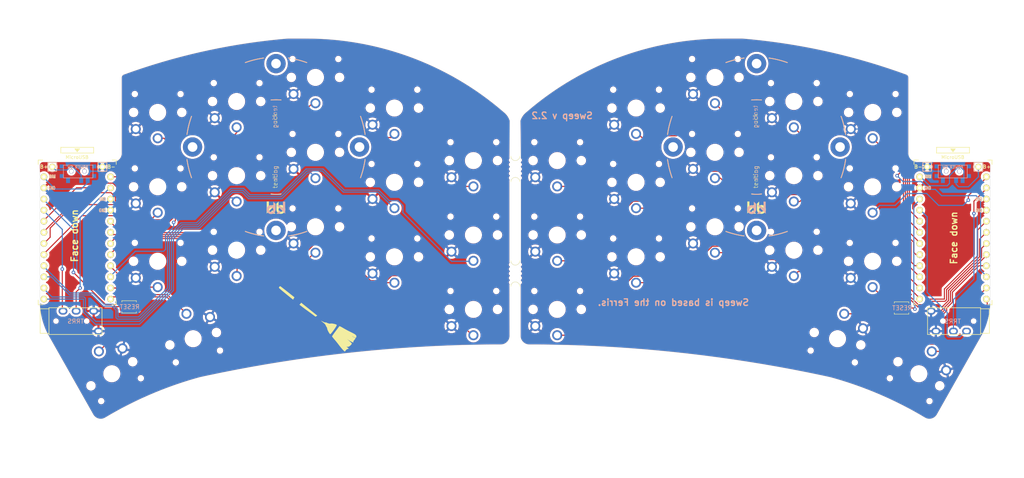
<source format=kicad_pcb>
(kicad_pcb (version 20221018) (generator pcbnew)
  (layers (0 "F.Cu" signal) (31 "B.Cu" signal) (34 "B.Paste" user) (35 "F.Paste" user) (36 "B.SilkS" user "B.Silkscreen") (37 "F.SilkS" user "F.Silkscreen") (38 "B.Mask" user) (39 "F.Mask" user) (44 "Edge.Cuts" user))
  (net 0 "")
  (net 1 "BT+")
  (net 2 "gnd")
  (net 3 "vcc")
  (net 4 "Switch18")
  (net 5 "reset")
  (net 6 "Switch1")
  (net 7 "Switch2")
  (net 8 "Switch3")
  (net 9 "Switch4")
  (net 10 "Switch5")
  (net 11 "Switch6")
  (net 12 "Switch7")
  (net 13 "Switch8")
  (net 14 "Switch9")
  (net 15 "Switch10")
  (net 16 "Switch11")
  (net 17 "Switch12")
  (net 18 "Switch13")
  (net 19 "Switch14")
  (net 20 "Switch15")
  (net 21 "Switch16")
  (net 22 "Switch17")
  (net 23 "Net-(SW_POWER1-Pad1)")
  (net 24 "raw")
  (net 25 "BT+_r")
  (net 26 "Switch18_r")
  (net 27 "reset_r")
  (net 28 "Switch9_r")
  (net 29 "Switch10_r")
  (net 30 "Switch11_r")
  (net 31 "Switch12_r")
  (net 32 "Switch13_r")
  (net 33 "Switch14_r")
  (net 34 "Switch15_r")
  (net 35 "Switch16_r")
  (net 36 "Switch17_r")
  (net 37 "Switch1_r")
  (net 38 "Switch2_r")
  (net 39 "Switch3_r")
  (net 40 "Switch4_r")
  (net 41 "Switch5_r")
  (net 42 "Switch6_r")
  (net 43 "Switch7_r")
  (net 44 "Switch8_r")
  (net 45 "Net-(SW_POWERR1-Pad1)")
  (footprint "kbd:ProMicro_v3_min" (layer "F.Cu") (at 230.178 67.564)
    (fp_text reference "U1" hide)
    (fp_text value "ProMicro-kbd" hide)
  )
  (footprint "Kailh:TRRS-PJ-320A" (layer "F.Cu") (at 236.474 86.052 -90)
    (fp_text reference "J2")
    (fp_text value "AudioJack4dpb" hide)
  )
  (footprint "* duckyb-collection:choc-v1-with-millmax" (layer "F.Cu") (at 175.856 64.516)
    (fp_text reference "SW16" hide)
    (fp_text value "SW_Push" hide)
  )
  (footprint "* duckyb-collection:choc-v1-with-millmax" (layer "F.Cu") (at 222.386 98.082 150)
    (fp_text reference "SW20" hide)
    (fp_text value "SW_Push" hide)
  )
  (footprint "* duckyb-collection:choc-v1-with-millmax" (layer "F.Cu") (at 157.856 71.374)
    (fp_text reference "SW15" hide)
    (fp_text value "SW_Push" hide)
  )
  (footprint "* duckyb-collection:choc-v1-with-millmax" (layer "F.Cu") (at 203.826 90.082 165)
    (fp_text reference "SW21" hide)
    (fp_text value "SW_Push" hide)
  )
  (footprint "* duckyb-collection:choc-v1-with-millmax" (layer "F.Cu") (at 193.856 69.85)
    (fp_text reference "SW17" hide)
    (fp_text value "SW_Push" hide)
  )
  (footprint "* duckyb-collection:choc-v1-with-millmax" (layer "F.Cu") (at 211.836 72.39)
    (fp_text reference "SW18" hide)
    (fp_text value "SW_Push" hide)
  )
  (footprint "* duckyb-collection:choc-v1-with-millmax" (layer "F.Cu") (at 175.856 30.382)
    (fp_text reference "SW4" hide)
    (fp_text value "SW_Push" hide)
  )
  (footprint "* duckyb-collection:choc-v1-with-millmax" (layer "F.Cu") (at 157.856 37.382)
    (fp_text reference "SW3" hide)
    (fp_text value "SW_Push" hide)
  )
  (footprint "* duckyb-collection:choc-v1-with-millmax" (layer "F.Cu") (at 157.856 54.356)
    (fp_text reference "SW9" hide)
    (fp_text value "SW_Push" hide)
  )
  (footprint "* duckyb-collection:choc-v1-with-millmax" (layer "F.Cu") (at 139.856 83.382)
    (fp_text reference "SW14" hide)
    (fp_text value "SW_Push" hide)
  )
  (footprint "* duckyb-collection:choc-v1-with-millmax" (layer "F.Cu") (at 211.836 55.372)
    (fp_text reference "SW12" hide)
    (fp_text value "SW_Push" hide)
  )
  (footprint "* duckyb-collection:choc-v1-with-millmax" (layer "F.Cu") (at 193.856 52.832)
    (fp_text reference "SW11" hide)
    (fp_text value "SW_Push" hide)
  )
  (footprint "* duckyb-collection:choc-v1-with-millmax" (layer "F.Cu") (at 139.856 66.382)
    (fp_text reference "SW8" hide)
    (fp_text value "SW_Push" hide)
  )
  (footprint "* duckyb-collection:choc-v1-with-millmax" (layer "F.Cu") (at 211.856 38.382)
    (fp_text reference "SW6" hide)
    (fp_text value "SW_Push" hide)
  )
  (footprint "* duckyb-collection:choc-v1-with-millmax" (layer "F.Cu") (at 193.856 35.882)
    (fp_text reference "SW5" hide)
    (fp_text value "SW_Push" hide)
  )
  (footprint "* duckyb-collection:choc-v1-with-millmax" (layer "F.Cu") (at 139.856 49.382)
    (fp_text reference "SW2" hide)
    (fp_text value "SW_Push" hide)
  )
  (footprint "Duckyb-Parts:mouse-bite-5mm-slot-with-space-for-track" (layer "F.Cu") (at 130.302 51.308)
    (fp_text reference "mouse-bite-2mm-slot" hide)
    (fp_text value "VAL**" hide)
  )
  (footprint "Duckyb-Parts:mouse-bite-5mm-slot-with-space-for-track" (layer "F.Cu") (at 130.302 75.184)
    (fp_text reference "mouse-bite-2mm-slot" hide)
    (fp_text value "VAL**" hide)
  )
  (footprint "kbd:SW_SPST_B3U-1000P" (layer "F.Cu") (at 218.44 83.058)
    (fp_text reference "RSW1" hide)
    (fp_text value "SW_Push")
  )
  (footprint "* duckyb-collection:choc-v1-with-millmax" (layer "F.Cu") (at 175.856 47.498)
    (fp_text reference "SW10" hide)
    (fp_text value "SW_Push" hide)
  )
  (footprint "kbd:Tenting_Puck2" (layer "F.Cu") (at 185.356 46.282)
    (fp_text reference "REF**")
    (fp_text value "Tenting Puck")
  )
  (footprint "kbd:1pin_conn" (layer "F.Cu") (at 235.966 50.8)
    (fp_text reference "B+")
    (fp_text value "MountingHole_Pad" hide)
  )
  (footprint "kbd:1pin_conn" (layer "F.Cu") (at 224.282 50.8)
    (fp_text reference "B-")
    (fp_text value "MountingHole_Pad" hide)
  )
  (footprint "kbd:ProMicro_v3_min" (layer "F.Cu") (at 30.326 67.564)
    (fp_text reference "U2" hide)
    (fp_text value "ProMicro-kbd" hide)
  )
  (footprint "Kailh:TRRS-PJ-320A" (layer "F.Cu") (at 23.876 86.052 90)
    (fp_text reference "J1")
    (fp_text value "AudioJack4dpb" hide)
  )
  (footprint "* duckyb-collection:choc-v1-with-millmax" (layer "F.Cu") (at 48.686 72.39)
    (fp_text reference "SW17_r1" hide)
    (fp_text value "SW_Push" hide)
  )
  (footprint "* duckyb-collection:choc-v1-with-millmax" (layer "F.Cu") (at 66.7 52.832)
    (fp_text reference "SW11_r1" hide)
    (fp_text value "SW_Push" hide)
  )
  (footprint "* duckyb-collection:choc-v1-with-millmax" (layer "F.Cu") (at 84.688 64.516)
    (fp_text reference "SW15_r1" hide)
    (fp_text value "SW_Push" hide)
  )
  (footprint "* duckyb-collection:choc-v1-with-millmax" (layer "F.Cu") (at 102.714 71.374)
    (fp_text reference "SW18_r1" hide)
    (fp_text value "SW_Push" hide)
  )
  (footprint "* duckyb-collection:choc-v1-with-millmax" (layer "F.Cu") (at 48.686 38.382)
    (fp_text reference "SW6_r1" hide)
    (fp_text value "SW_Push" hide)
  )
  (footprint "* duckyb-collection:choc-v1-with-millmax" (layer "F.Cu") (at 66.7 35.882)
    (fp_text reference "SW5_r1" hide)
    (fp_text value "SW_Push" hide)
  )
  (footprint "* duckyb-collection:choc-v1-with-millmax" (layer "F.Cu") (at 120.732 49.382)
    (fp_text reference "SW2_r1" hide)
    (fp_text value "SW_Push" hide)
  )
  (footprint "* duckyb-collection:choc-v1-with-millmax" (layer "F.Cu") (at 66.7 69.85)
    (fp_text reference "SW16_r1" hide)
    (fp_text value "SW_Push" hide)
  )
  (footprint "* duckyb-collection:choc-v1-with-millmax" (layer "F.Cu") (at 84.688 30.382)
    (fp_text reference "SW4_r1" hide)
    (fp_text value "SW_Push" hide)
  )
  (footprint "* duckyb-collection:choc-v1-with-millmax" (layer "F.Cu") (at 120.732 83.382)
    (fp_text reference "SW13_r1" hide)
    (fp_text value "SW_Push" hide)
  )
  (footprint "* duckyb-collection:choc-v1-with-millmax" (layer "F.Cu") (at 48.686 55.372)
    (fp_text reference "SW12_r1" hide)
    (fp_text value "SW_Push" hide)
  )
  (footprint "* duckyb-collection:choc-v1-with-millmax" (layer "F.Cu") (at 102.714 37.382)
    (fp_text reference "SW3_r1" hide)
    (fp_text value "SW_Push" hide)
  )
  (footprint "* duckyb-collection:choc-v1-with-millmax" (layer "F.Cu") (at 102.714 54.356)
    (fp_text reference "SW8_r1" hide)
    (fp_text value "SW_Push" hide)
  )
  (footprint "* duckyb-collection:choc-v1-with-millmax" (layer "F.Cu") (at 56.778 90.082 -165)
    (fp_text reference "SW21_r1" hide)
    (fp_text value "SW_Push" hide)
  )
  (footprint "Kailh:ferris_broom" (layer "F.Cu") (at 84.074 85.344 7)
    (fp_text reference "G***" hide)
    (fp_text value "LOGO" hide)
  )
  (footprint "* duckyb-collection:choc-v1-with-millmax" (layer "F.Cu") (at 84.688 47.498)
    (fp_text reference "SW9_r1" hide)
    (fp_text value "SW_Push" hide)
  )
  (footprint "* duckyb-collection:choc-v1-with-millmax" (layer "F.Cu") (at 38.218 98.082 -150)
    (fp_text reference "SW20_r1" hide)
    (fp_text value "SW_Push" hide)
  )
  (footprint "* duckyb-collection:choc-v1-with-millmax" (layer "F.Cu") (at 120.732 66.382)
    (fp_text reference "SW7_r1" hide)
    (fp_text value "SW_Push" hide)
  )
  (footprint "kbd:Tenting_Puck2" (layer "F.Cu") (at 75.692 46.282)
    (fp_text reference "REF**")
    (fp_text value "Tenting Puck")
  )
  (footprint "kbd:1pin_conn" (layer "F.Cu") (at 36.068 50.8)
    (fp_text reference "B-")
    (fp_text value "MountingHole_Pad" hide)
  )
  (footprint "kbd:1pin_conn" (layer "F.Cu") (at 24.638 50.8)
    (fp_text reference "B+")
    (fp_text value "MountingHole_Pad" hide)
  )
  (footprint "kbd:SW_SPST_B3U-1000P" (layer "F.Cu") (at 42.164 82.804)
    (fp_text reference "RSW2" hide)
    (fp_text value "SW_Push")
  )
  (footprint "Kailh:SPDT_C128955" (layer "B.Cu") (at 230.124 51.816 180)
    (fp_text reference "POWER SW")
    (fp_text value "SW_SPDT")
  )
  (footprint "Kailh:SPDT_C128955" (layer "B.Cu") (at 30.48 51.816 180)
    (fp_text reference "POWER SW")
    (fp_text value "SW_SPDT")
  )
  (gr_rect (start 27.178 50.419) (end 33.909 53.34) (stroke (width 0.12)) (fill none) (layer "B.SilkS"))
  (gr_rect (start 226.822 50.419) (end 233.426 53.34) (stroke (width 0.12)) (fill none) (layer "B.SilkS"))
  (gr_line (start 131.5085 77.724) (end 131.506254 89.547024) (stroke (width 0.05)) (layer "Edge.Cuts"))
  (gr_line (start 219.998001 47.763999) (end 219.998045 30.439419) (stroke (width 0.05)) (layer "Edge.Cuts"))
  (gr_arc (start 226.446 107.451265) (mid 225.204995 108.32098) (end 223.714 108.05) (stroke (width 0.05)) (layer "Edge.Cuts"))
  (gr_arc (start 222.033002 49.694917) (mid 220.620534 49.145716) (end 219.998001 47.763999) (stroke (width 0.05)) (layer "Edge.Cuts"))
  (gr_arc (start 182.067777 21.502679) (mid 201.091879 24.375764) (end 219.56329 29.758889) (stroke (width 0.05)) (layer "Edge.Cuts"))
  (gr_arc (start 132.893 38.265) (mid 153.988491 25.788882) (end 178.120389 21.508139) (stroke (width 0.05)) (layer "Edge.Cuts"))
  (gr_arc (start 237.938 49.692) (mid 238.46833 49.91167) (end 238.688 50.442) (stroke (width 0.05)) (layer "Edge.Cuts"))
  (gr_arc (start 131.466055 40.278702) (mid 132.022929 39.160882) (end 132.893 38.265) (stroke (width 0.05)) (layer "Edge.Cuts"))
  (gr_arc (start 133.544 91.383119) (mid 132.156573 90.874102) (end 131.506254 89.547024) (stroke (width 0.05)) (layer "Edge.Cuts"))
  (gr_arc (start 219.56329 29.758889) (mid 219.880079 30.035645) (end 219.998045 30.439419) (stroke (width 0.05)) (layer "Edge.Cuts"))
  (gr_arc (start 202.185134 98.863946) (mid 213.262488 102.723597) (end 223.714 108.05) (stroke (width 0.05)) (layer "Edge.Cuts"))
  (gr_line (start 222.033002 49.694917) (end 237.938 49.692) (stroke (width 0.05)) (layer "Edge.Cuts"))
  (gr_arc (start 133.544 91.383119) (mid 168.064442 93.289554) (end 202.185134 98.863946) (stroke (width 0.05)) (layer "Edge.Cuts"))
  (gr_line (start 238.688 58.42) (end 238.688 66.548) (stroke (width 0.05)) (layer "Edge.Cuts"))
  (gr_line (start 236.953304 88.85815) (end 226.446 107.451265) (stroke (width 0.05)) (layer "Edge.Cuts"))
  (gr_arc (start 238.7 81.534) (mid 238.242913 85.295347) (end 236.953304 88.85815) (stroke (width 0.05)) (layer "Edge.Cuts"))
  (gr_line (start 182.067777 21.502679) (end 178.120389 21.508139) (stroke (width 0.05)) (layer "Edge.Cuts"))
  (gr_line (start 238.688 50.442) (end 238.688 58.42) (stroke (width 0.05)) (layer "Edge.Cuts"))
  (gr_line (start 131.466055 40.278702) (end 131.572 48.768) (stroke (width 0.05)) (layer "Edge.Cuts"))
  (gr_line (start 129.3495 48.768) (end 128.96 48.768) (stroke (width 0.05)) (layer "Edge.Cuts"))
  (gr_line (start 238.688 66.548) (end 238.688 75.438) (stroke (width 0.05)) (layer "Edge.Cuts"))
  (gr_line (start 238.688 75.438) (end 238.7 81.534) (stroke (width 0.05)) (layer "Edge.Cuts"))
  (gr_line (start 129.3495 72.644) (end 128.96 72.644) (stroke (width 0.05)) (layer "Edge.Cuts"))
  (gr_line (start 129.3495 53.848) (end 128.96 53.848) (stroke (width 0.05)) (layer "Edge.Cuts"))
  (gr_line (start 129.3495 77.724) (end 128.96 77.724) (stroke (width 0.05)) (layer "Edge.Cuts"))
  (gr_line (start 131.572 53.848) (end 131.572 72.644) (stroke (width 0.05)) (layer "Edge.Cuts"))
  (gr_line (start 78.412223 21.502679) (end 82.613611 21.508139) (stroke (width 0.05)) (layer "Edge.Cuts"))
  (gr_line (start 21.792 50.442) (end 21.792 58.42) (stroke (width 0.05)) (layer "Edge.Cuts"))
  (gr_line (start 128.96 77.724) (end 128.975507 89.545022) (stroke (width 0.05)) (layer "Edge.Cuts"))
  (gr_arc (start 127.587 38.265) (mid 128.457071 39.160882) (end 129.013945 40.278702) (stroke (width 0.05)) (layer "Edge.Cuts"))
  (gr_arc (start 128.975507 89.545022) (mid 128.324689 90.873432) (end 126.936 91.383119) (stroke (width 0.05)) (layer "Edge.Cuts"))
  (gr_line (start 40.481999 47.763999) (end 40.481955 30.439419) (stroke (width 0.05)) (layer "Edge.Cuts"))
  (gr_line (start 21.792 66.548) (end 21.792 73.914) (stroke (width 0.05)) (layer "Edge.Cuts"))
  (gr_line (start 23.526696 88.85815) (end 34.034 107.451265) (stroke (width 0.05)) (layer "Edge.Cuts"))
  (gr_arc (start 40.481999 47.763999) (mid 39.859467 49.145717) (end 38.446998 49.694917) (stroke (width 0.05)) (layer "Edge.Cuts"))
  (gr_arc (start 40.91671 29.758889) (mid 59.388121 24.375764) (end 78.412223 21.502679) (stroke (width 0.05)) (layer "Edge.Cuts"))
  (gr_arc (start 58.294866 98.863946) (mid 92.415558 93.289555) (end 126.936 91.383119) (stroke (width 0.05)) (layer "Edge.Cuts"))
  (gr_arc (start 23.526696 88.85815) (mid 22.237087 85.295347) (end 21.78 81.534) (stroke (width 0.05)) (layer "Edge.Cuts"))
  (gr_arc (start 21.792 50.442) (mid 22.01167 49.91167) (end 22.542 49.692) (stroke (width 0.05)) (layer "Edge.Cuts"))
  (gr_line (start 38.446998 49.694917) (end 22.542 49.692) (stroke (width 0.05)) (layer "Edge.Cuts"))
  (gr_line (start 21.792 58.42) (end 21.792 66.548) (stroke (width 0.05)) (layer "Edge.Cuts"))
  (gr_arc (start 40.481955 30.439419) (mid 40.599921 30.035645) (end 40.91671 29.758889) (stroke (width 0.05)) (layer "Edge.Cuts"))
  (gr_arc (start 36.766 108.05) (mid 35.275005 108.32098) (end 34.034 107.451265) (stroke (width 0.05)) (layer "Edge.Cuts"))
  (gr_arc (start 82.613611 21.508139) (mid 106.610476 25.833455) (end 127.587 38.265) (stroke (width 0.05)) (layer "Edge.Cuts"))
  (gr_arc (start 36.766 108.05) (mid 47.217512 102.723597) (end 58.294866 98.863946) (stroke (width 0.05)) (layer "Edge.Cuts"))
  (gr_line (start 21.792 73.914) (end 21.78 81.534) (stroke (width 0.05)) (layer "Edge.Cuts"))
  (gr_line (start 128.96 53.848) (end 128.96 72.644) (stroke (width 0.05)) (layer "Edge.Cuts"))
  (gr_line (start 129.013945 40.278702) (end 128.96 48.768) (stroke (width 0.05)) (layer "Edge.Cuts"))
  (gr_line (start 131.572 48.768) (end 131.2545 48.768) (stroke (width 0.05)) (layer "Edge.Cuts"))
  (gr_arc (start 131.254499 72.644) (mid 130.302 73.288873) (end 129.349501 72.643999) (stroke (width 0.05)) (layer "Edge.Cuts"))
  (gr_line (start 131.572 53.848) (end 131.2545 53.848) (stroke (width 0.05)) (layer "Edge.Cuts"))
  (gr_arc (start 129.349501 77.724) (mid 130.302 77.079127) (end 131.254499 77.724001) (stroke (width 0.05)) (layer "Edge.Cuts"))
  (gr_line (start 131.572 72.644) (end 131.2545 72.644) (stroke (width 0.05)) (layer "Edge.Cuts"))
  (gr_arc (start 131.254499 48.768) (mid 130.302 49.412873) (end 129.349501 48.767999) (stroke (width 0.05)) (layer "Edge.Cuts"))
  (gr_line (start 131.5085 77.724) (end 131.2545 77.724) (stroke (width 0.05)) (layer "Edge.Cuts"))
  (gr_arc (start 129.349501 53.848) (mid 130.302 53.203127) (end 131.254499 53.848001) (stroke (width 0.05)) (layer "Edge.Cuts"))
  (gr_text "Sweep v 2.2" (at 140.97 39.116) (layer "B.SilkS") (effects (font (size 1.5 1.5) (thickness 0.3)) (justify mirror)))
  (gr_text "Sweep is based on the Ferris." (at 166.37 81.788) (layer "B.SilkS") (effects (font (size 1.5 1.5) (thickness 0.3)) (justify mirror)))
  (gr_text "Face down" (at 230.378 67.056 90) (layer "F.SilkS") (effects (font (size 1.5 1.5) (thickness 0.3))))
  (gr_text "Face down" (at 29.718 66.548 90) (layer "F.SilkS") (effects (font (size 1.5 1.5) (thickness 0.3))))
  (segment (start 25.360999 51.522999) (end 28.051999 51.522999) (width 0.25) (layer "B.Cu") (net 1))
  (segment (start 24.638 50.8) (end 25.360999 51.522999) (width 0.25) (layer "B.Cu") (net 1))
  (segment (start 29.046501 50.890501) (end 29.373499 50.890501) (width 0.25) (layer "B.Cu") (net 1))
  (segment (start 28.738499 50.836499) (end 28.992499 50.836499) (width 0.25) (layer "B.Cu") (net 1))
  (segment (start 31.23 52.747002) (end 31.23 53.891) (width 0.25) (layer "B.Cu") (net 1))
  (segment (start 28.051999 51.522999) (end 28.738499 50.836499) (width 0.25) (layer "B.Cu") (net 1))
  (segment (start 29.373499 50.890501) (end 31.23 52.747002) (width 0.25) (layer "B.Cu") (net 1))
  (segment (start 28.992499 50.836499) (end 29.046501 50.890501) (width 0.25) (layer "B.Cu") (net 1))
  (segment (start 224.8576 85.65317) (end 225.174 85.33677) (width 0.25) (layer "F.Cu") (net 2))
  (segment (start 225.174 85.33677) (end 225.174 83.552) (width 0.25) (layer "F.Cu") (net 2))
  (segment (start 216.74 83.058) (end 216.74 84.758) (width 0.25) (layer "F.Cu") (net 2))
  (segment (start 216.74 85.54477) (end 216.8484 85.65317) (width 0.25) (layer "F.Cu") (net 2))
  (segment (start 216.8484 85.65317) (end 224.8576 85.65317) (width 0.25) (layer "F.Cu") (net 2))
  (segment (start 216.74 84.758) (end 216.74 85.54477) (width 0.25) (layer "F.Cu") (net 2))
  (segment (start 40.40601 82.74601) (end 40.464 82.804) (width 0.25) (layer "F.Cu") (net 2))
  (segment (start 34.076 83.552) (end 37.80201 83.552) (width 0.25) (layer "F.Cu") (net 2))
  (segment (start 37.80201 83.552) (end 38.608 82.74601) (width 0.25) (layer "F.Cu") (net 2))
  (segment (start 38.608 82.74601) (end 40.40601 82.74601) (width 0.25) (layer "F.Cu") (net 2))
  (segment (start 213.159159 42.182) (end 206.856 42.182) (width 0.25) (layer "B.Cu") (net 2))
  (segment (start 221.777159 50.8) (end 213.159159 42.182) (width 0.25) (layer "B.Cu") (net 2))
  (segment (start 226.254 88.332) (end 226.274 88.352) (width 0.25) (layer "B.Cu") (net 2))
  (segment (start 226.244 88.322) (end 226.274 88.352) (width 0.25) (layer "B.Cu") (net 2))
  (segment (start 224.282 50.8) (end 221.777159 50.8) (width 0.25) (layer "B.Cu") (net 2))
  (segment (start 26.924 83.4) (end 27.076 83.552) (width 0.25) (layer "F.Cu") (net 3))
  (segment (start 26.924 74.168) (end 26.924 83.4) (width 0.25) (layer "F.Cu") (net 3))
  (via (at 26.924 74.168) (size 0.8) (drill 0.4) (layers "F.Cu" "B.Cu") (net 3))
  (segment (start 233.254 88.332) (end 233.274 88.352) (width 0.25) (layer "B.Cu") (net 3))
  (segment (start 26.924 65.1126) (end 26.924 74.168) (width 0.25) (layer "B.Cu") (net 3))
  (segment (start 22.5174 60.706) (end 26.924 65.1126) (width 0.25) (layer "B.Cu") (net 3))
  (segment (start 224.282 62.2186) (end 224.282 79.502) (width 0.25) (layer "B.Cu") (net 3))
  (segment (start 229.108 89.662) (end 231.764 89.662) (width 0.25) (layer "B.Cu") (net 3))
  (segment (start 222.7694 60.706) (end 224.282 62.2186) (width 0.25) (layer "B.Cu") (net 3))
  (segment (start 231.764 89.662) (end 233.274 88.152) (width 0.25) (layer "B.Cu") (net 3))
  (segment (start 228.854 84.074) (end 228.854 89.408) (width 0.25) (layer "B.Cu") (net 3))
  (segment (start 228.854 89.408) (end 229.108 89.662) (width 0.25) (layer "B.Cu") (net 3))
  (segment (start 224.282 79.502) (end 228.854 84.074) (width 0.25) (layer "B.Cu") (net 3))
  (segment (start 237.9894 55.626) (end 234.95 58.6654) (width 0.25) (layer "F.Cu") (net 4))
  (segment (start 234.95 58.6654) (end 234.95 61.468) (width 0.25) (layer "F.Cu") (net 4))
  (via (at 234.95 61.468) (size 0.8) (drill 0.4) (layers "F.Cu" "B.Cu") (net 4))
  (segment (start 230.274 81.13) (end 234.95 76.454) (width 0.25) (layer "B.Cu") (net 4))
  (segment (start 230.274 88.152) (end 230.274 81.13) (width 0.25) (layer "B.Cu") (net 4))
  (segment (start 234.95 76.454) (end 234.95 61.468) (width 0.25) (layer "B.Cu") (net 4))
  (segment (start 220.14 83.058) (end 221.234 83.058) (width 0.25) (layer "F.Cu") (net 5))
  (segment (start 221.234 83.058) (end 221.488 83.312) (width 0.25) (layer "F.Cu") (net 5))
  (via (at 221.488 83.312) (size 0.8) (drill 0.4) (layers "F.Cu" "B.Cu") (net 5))
  (segment (start 221.488 82.55) (end 221.234 82.296) (width 0.25) (layer "B.Cu") (net 5))
  (segment (start 221.488 83.312) (end 221.488 82.55) (width 0.25) (layer "B.Cu") (net 5))
  (segment (start 221.234 59.7014) (end 221.234 82.296) (width 0.25) (layer "B.Cu") (net 5))
  (segment (start 222.7694 58.166) (end 221.234 59.7014) (width 0.25) (layer "B.Cu") (net 5))
  (segment (start 217.678 50.292) (end 218.41796 51.03196) (width 0.25) (layer "F.Cu") (net 6))
  (segment (start 155.956 44.958) (end 162.814 44.958) (width 0.25) (layer "F.Cu") (net 6))
  (segment (start 205.994 50.292) (end 217.678 50.292) (width 0.25) (layer "F.Cu") (net 6))
  (segment (start 218.41796 51.03196) (end 218.41796 51.83804) (width 0.25) (layer "F.Cu") (net 6))
  (segment (start 199.84001 47.69401) (end 202.946 50.8) (width 0.25) (layer "F.Cu") (net 6))
  (segment (start 167.057719 43.732009) (end 169.641728 41.148) (width 0.25) (layer "F.Cu") (net 6))
  (segment (start 164.03999 43.73201) (end 167.057719 43.732009) (width 0.25) (layer "F.Cu") (net 6))
  (segment (start 162.814 44.958) (end 164.03999 43.73201) (width 0.25) (layer "F.Cu") (net 6))
  (segment (start 183.38518 41.148) (end 188.6032 46.36602) (width 0.25) (layer "F.Cu") (net 6))
  (segment (start 202.946 50.8) (end 205.486 50.8) (width 0.25) (layer "F.Cu") (net 6))
  (segment (start 196.53079 46.36602) (end 197.85878 47.69401) (width 0.25) (layer "F.Cu") (net 6))
  (segment (start 197.85878 47.69401) (end 199.84001 47.69401) (width 0.25) (layer "F.Cu") (net 6))
  (segment (start 188.6032 46.36602) (end 196.53079 46.36602) (width 0.25) (layer "F.Cu") (net 6))
  (segment (start 218.41796 51.83804) (end 217.424 52.832) (width 0.25) (layer "F.Cu") (net 6))
  (segment (start 205.486 50.8) (end 205.994 50.292) (width 0.25) (layer "F.Cu") (net 6))
  (segment (start 169.641728 41.148) (end 183.38518 41.148) (width 0.25) (layer "F.Cu") (net 6))
  (segment (start 139.856 55.282) (end 145.632 55.282) (width 0.25) (layer "F.Cu") (net 6))
  (segment (start 145.632 55.282) (end 155.956 44.958) (width 0.25) (layer "F.Cu") (net 6))
  (via (at 217.424 52.832) (size 0.8) (drill 0.4) (layers "F.Cu" "B.Cu") (net 6))
  (segment (start 237.9894 75.946) (end 236.4697 74.4263) (width 0.25) (layer "B.Cu") (net 6))
  (segment (start 236.4697 58.4243) (end 235.4451 57.3997) (width 0.25) (layer "B.Cu") (net 6))
  (segment (start 236.4697 74.4263) (end 236.4697 58.4243) (width 0.25) (layer "B.Cu") (net 6))
  (segment (start 224.711081 55.958919) (end 222.925163 54.173001) (width 0.25) (layer "B.Cu") (net 6))
  (segment (start 218.765001 54.173001) (end 217.424 52.832) (width 0.25) (layer "B.Cu") (net 6))
  (segment (start 235.4451 57.3997) (end 227.5797 57.3997) (width 0.25) (layer "B.Cu") (net 6))
  (segment (start 227.5797 57.3997) (end 226.138919 55.958919) (width 0.25) (layer "B.Cu") (net 6))
  (segment (start 226.138919 55.958919) (end 224.711081 55.958919) (width 0.25) (layer "B.Cu") (net 6))
  (segment (start 222.925163 54.173001) (end 218.765001 54.173001) (width 0.25) (layer "B.Cu") (net 6))
  (segment (start 203.07441 50.292) (end 205.35759 50.292) (width 0.25) (layer "F.Cu") (net 7))
  (segment (start 205.933189 49.716401) (end 218.243991 49.716401) (width 0.25) (layer "F.Cu") (net 7))
  (segment (start 218.86797 50.34038) (end 218.86797 65.70597) (width 0.25) (layer "F.Cu") (net 7))
  (segment (start 200.026411 47.244001) (end 203.07441 50.292) (width 0.25) (layer "F.Cu") (net 7))
  (segment (start 159.234991 44.172991) (end 162.962599 44.172991) (width 0.25) (layer "F.Cu") (net 7))
  (segment (start 163.853591 43.282001) (end 166.871317 43.282001) (width 0.25) (layer "F.Cu") (net 7))
  (segment (start 157.856 43.282) (end 158.344 43.282) (width 0.25) (layer "F.Cu") (net 7))
  (segment (start 169.513318 40.64) (end 183.51359 40.64) (width 0.25) (layer "F.Cu") (net 7))
  (segment (start 205.35759 50.292) (end 205.933189 49.716401) (width 0.25) (layer "F.Cu") (net 7))
  (segment (start 166.871317 43.282001) (end 169.513318 40.64) (width 0.25) (layer "F.Cu") (net 7))
  (segment (start 162.962599 44.172991) (end 163.853591 43.282001) (width 0.25) (layer "F.Cu") (net 7))
  (segment (start 158.344 43.282) (end 159.234991 44.172991) (width 0.25) (layer "F.Cu") (net 7))
  (segment (start 218.243991 49.716401) (end 218.86797 50.34038) (width 0.25) (layer "F.Cu") (net 7))
  (segment (start 221.234 70.358) (end 221.742 70.866) (width 0.25) (layer "F.Cu") (net 7))
  (segment (start 218.86797 65.70597) (end 221.234 68.072) (width 0.25) (layer "F.Cu") (net 7))
  (segment (start 221.234 68.072) (end 221.234 70.358) (width 0.25) (layer "F.Cu") (net 7))
  (segment (start 221.742 70.866) (end 222.5694 70.866) (width 0.25) (layer "F.Cu") (net 7))
  (segment (start 198.55318 47.244) (end 200.026411 47.244001) (width 0.25) (layer "F.Cu") (net 7))
  (segment (start 198.46359 47.15441) (end 198.55318 47.244) (width 0.25) (layer "F.Cu") (net 7))
  (segment (start 196.71719 45.91601) (end 197.95559 47.15441) (width 0.25) (layer "F.Cu") (net 7))
  (segment (start 183.51359 40.64) (end 188.7896 45.91601) (width 0.25) (layer "F.Cu") (net 7))
  (segment (start 188.7896 45.91601) (end 196.71719 45.91601) (width 0.25) (layer "F.Cu") (net 7))
  (segment (start 197.95559 47.15441) (end 198.46359 47.15441) (width 0.25) (layer "F.Cu") (net 7))
  (segment (start 219.31798 64.87458) (end 222.7694 68.326) (width 0.25) (layer "F.Cu") (net 8))
  (segment (start 188.976 45.466) (end 196.90359 45.466) (width 0.25) (layer "F.Cu") (net 8))
  (segment (start 179.76399 40.18999) (end 183.69999 40.18999) (width 0.25) (layer "F.Cu") (net 8))
  (segment (start 198.1156 46.67801) (end 200.20999 46.67801) (width 0.25) (layer "F.Cu") (net 8))
  (segment (start 218.430392 49.266392) (end 219.31798 50.15398) (width 0.25) (layer "F.Cu") (net 8))
  (segment (start 183.69999 40.18999) (end 188.976 45.466) (width 0.25) (layer "F.Cu") (net 8))
  (segment (start 205.17119 49.84199) (end 205.746788 49.266392) (width 0.25) (layer "F.Cu") (net 8))
  (segment (start 219.31798 50.15398) (end 219.31798 64.87458) (width 0.25) (layer "F.Cu") (net 8))
  (segment (start 196.90359 45.466) (end 198.1156 46.67801) (width 0.25) (layer "F.Cu") (net 8))
  (segment (start 175.856 36.282) (end 179.76399 40.18999) (width 0.25) (layer "F.Cu") (net 8))
  (segment (start 205.746788 49.266392) (end 218.430392 49.266392) (width 0.25) (layer "F.Cu") (net 8))
  (segment (start 203.26081 49.84199) (end 205.17119 49.84199) (width 0.25) (layer "F.Cu") (net 8))
  (segment (start 200.20999 46.67801) (end 200.20999 46.79117) (width 0.25) (layer "F.Cu") (net 8))
  (segment (start 200.20999 46.79117) (end 203.26081 49.84199) (width 0.25) (layer "F.Cu") (net 8))
  (segment (start 193.856 41.782) (end 198.302 46.228) (width 0.25) (layer "F.Cu") (net 9))
  (segment (start 219.76799 49.84199) (end 219.76799 62.78459) (width 0.25) (layer "F.Cu") (net 9))
  (segment (start 203.44721 49.39198) (end 204.98479 49.39198) (width 0.25) (layer "F.Cu") (net 9))
  (segment (start 205.560388 48.816382) (end 218.742382 48.816382) (width 0.25) (layer "F.Cu") (net 9))
  (segment (start 218.742382 48.816382) (end 219.76799 49.84199) (width 0.25) (layer "F.Cu") (net 9))
  (segment (start 200.66 46.49161) (end 200.66 46.60477) (width 0.25) (layer "F.Cu") (net 9))
  (segment (start 200.396391 46.228001) (end 200.66 46.49161) (width 0.25) (layer "F.Cu") (net 9))
  (segment (start 204.98479 49.39198) (end 205.560388 48.816382) (width 0.25) (layer "F.Cu") (net 9))
  (segment (start 219.76799 62.78459) (end 222.7694 65.786) (width 0.25) (layer "F.Cu") (net 9))
  (segment (start 198.302 46.228) (end 200.396391 46.228001) (width 0.25) (layer "F.Cu") (net 9))
  (segment (start 200.66 46.60477) (end 203.44721 49.39198) (width 0.25) (layer "F.Cu") (net 9))
  (segment (start 220.218 49.276) (end 220.218 60.6946) (width 0.25) (layer "F.Cu") (net 10))
  (segment (start 211.856 44.282) (end 215.940372 48.366372) (width 0.25) (layer "F.Cu") (net 10))
  (segment (start 215.940372 48.366372) (end 219.308372 48.366372) (width 0.25) (layer "F.Cu") (net 10))
  (segment (start 220.218 60.6946) (end 222.7694 63.246) (width 0.25) (layer "F.Cu") (net 10))
  (segment (start 219.308372 48.366372) (end 220.218 49.276) (width 0.25) (layer "F.Cu") (net 10))
  (segment (start 189.93401 58.98599) (end 192.659 56.261) (width 0.25) (layer "F.Cu") (net 11))
  (segment (start 220.61002 68.08443) (end 220.61002 72.52802) (width 0.25) (layer "F.Cu") (net 11))
  (segment (start 206.363981 65.139981) (end 217.665571 65.139981) (width 0.25) (layer "F.Cu") (net 11))
  (segment (start 157.226 58.674) (end 159.004 58.674) (width 0.25) (layer "F.Cu") (net 11))
  (segment (start 197.485 56.261) (end 206.363981 65.139981) (width 0.25) (layer "F.Cu") (net 11))
  (segment (start 166.12701 59.80599) (end 174.625 51.308) (width 0.25) (layer "F.Cu") (net 11))
  (segment (start 180.097546 54.621546) (end 180.097546 56.399546) (width 0.25) (layer "F.Cu") (net 11))
  (segment (start 159.004 58.674) (end 160.13599 59.80599) (width 0.25) (layer "F.Cu") (net 11))
  (segment (start 160.13599 59.80599) (end 166.12701 59.80599) (width 0.25) (layer "F.Cu") (net 11))
  (segment (start 176.784 51.308) (end 180.097546 54.621546) (width 0.25) (layer "F.Cu") (net 11))
  (segment (start 174.625 51.308) (end 176.784 51.308) (width 0.25) (layer "F.Cu") (net 11))
  (segment (start 180.097546 56.399546) (end 182.68399 58.98599) (width 0.25) (layer "F.Cu") (net 11))
  (segment (start 143.618 72.282) (end 157.226 58.674) (width 0.25) (layer "F.Cu") (net 11))
  (segment (start 217.665571 65.139981) (end 220.61002 68.08443) (width 0.25) (layer "F.Cu") (net 11))
  (segment (start 192.659 56.261) (end 197.485 56.261) (width 0.25) (layer "F.Cu") (net 11))
  (segment (start 220.61002 72.52802) (end 221.488 73.406) (width 0.25) (layer "F.Cu") (net 11))
  (segment (start 221.488 73.406) (end 222.5694 73.406) (width 0.25) (layer "F.Cu") (net 11))
  (segment (start 139.856 72.282) (end 143.618 72.282) (width 0.25) (layer "F.Cu") (net 11))
  (segment (start 182.68399 58.98599) (end 189.93401 58.98599) (width 0.25) (layer "F.Cu") (net 11))
  (segment (start 197.298802 56.71052) (end 206.178273 65.589991) (width 0.25) (layer "F.Cu") (net 12))
  (segment (start 166.312718 60.256) (end 174.752718 51.816) (width 0.25) (layer "F.Cu") (net 12))
  (segment (start 220.16001 68.27083) (end 220.16001 73.53661) (width 0.25) (layer "F.Cu") (net 12))
  (segment (start 179.648026 56.641616) (end 182.44241 59.436) (width 0.25) (layer "F.Cu") (net 12))
  (segment (start 179.648026 54.807744) (end 179.648026 56.641616) (width 0.25) (layer "F.Cu") (net 12))
  (segment (start 176.656282 51.816) (end 179.648026 54.807744) (width 0.25) (layer "F.Cu") (net 12))
  (segment (start 182.44241 59.436) (end 190.119718 59.436) (width 0.25) (layer "F.Cu") (net 12))
  (segment (start 220.16001 73.53661) (end 222.5694 75.946) (width 0.25) (layer "F.Cu") (net 12))
  (segment (start 206.178273 65.589991) (end 217.479171 65.589991) (width 0.25) (layer "F.Cu") (net 12))
  (segment (start 174.752718 51.816) (end 176.656282 51.816) (width 0.25) (layer "F.Cu") (net 12))
  (segment (start 192.845198 56.71052) (end 197.298802 56.71052) (width 0.25) (layer "F.Cu") (net 12))
  (segment (start 157.856 60.256) (end 166.312718 60.256) (width 0.25) (layer "F.Cu") (net 12))
  (segment (start 190.119718 59.436) (end 192.845198 56.71052) (width 0.25) (layer "F.Cu") (net 12))
  (segment (start 217.479171 65.589991) (end 220.16001 68.27083) (width 0.25) (layer "F.Cu") (net 12))
  (segment (start 205.992564 66.04) (end 217.29277 66.04) (width 0.25) (layer "F.Cu") (net 13))
  (segment (start 175.768 53.398) (end 177.116272 53.398) (width 0.25) (layer "F.Cu") (net 13))
  (segment (start 219.644385 68.639975) (end 219.71 68.70559) (width 0.25) (layer "F.Cu") (net 13))
  (segment (start 219.71 75.6266) (end 222.5694 78.486) (width 0.25) (layer "F.Cu") (net 13))
  (segment (start 193.082619 57.16004) (end 197.112604 57.16004) (width 0.25) (layer "F.Cu") (net 13))
  (segment (start 219.71 68.70559) (end 219.71 75.6266) (width 0.25) (layer "F.Cu") (net 13))
  (segment (start 179.12799 55.409718) (end 179.12799 56.75799) (width 0.25) (layer "F.Cu") (net 13))
  (segment (start 190.169658 60.073001) (end 193.082619 57.16004) (width 0.25) (layer "F.Cu") (net 13))
  (segment (start 179.12799 56.75799) (end 182.443001 60.073001) (width 0.25) (layer "F.Cu") (net 13))
  (segment (start 182.443001 60.073001) (end 190.169658 60.073001) (width 0.25) (layer "F.Cu") (net 13))
  (segment (start 177.116272 53.398) (end 179.12799 55.409718) (width 0.25) (layer "F.Cu") (net 13))
  (segment (start 217.29277 66.04) (end 219.644385 68.391615) (width 0.25) (layer "F.Cu") (net 13))
  (segment (start 197.112604 57.16004) (end 205.992564 66.04) (width 0.25) (layer "F.Cu") (net 13))
  (segment (start 219.644385 68.391615) (end 219.644385 68.639975) (width 0.25) (layer "F.Cu") (net 13))
  (segment (start 217.106572 66.48952) (end 219.194865 68.577813) (width 0.25) (layer "F.Cu") (net 14))
  (segment (start 196.129831 57.841009) (end 197.157855 57.841009) (width 0.25) (layer "F.Cu") (net 14))
  (segment (start 195.23884 58.732) (end 196.129831 57.841009) (width 0.25) (layer "F.Cu") (net 14))
  (segment (start 219.202 68.833308) (end 219.202 77.4586) (width 0.25) (layer "F.Cu") (net 14))
  (segment (start 205.806367 66.48952) (end 217.106572 66.48952) (width 0.25) (layer "F.Cu") (net 14))
  (segment (start 197.157855 57.841009) (end 205.806367 66.48952) (width 0.25) (layer "F.Cu") (net 14))
  (segment (start 219.194865 68.826173) (end 219.202 68.833308) (width 0.25) (layer "F.Cu") (net 14))
  (segment (start 193.802 58.732) (end 195.23884 58.732) (width 0.25) (layer "F.Cu") (net 14))
  (segment (start 219.194865 68.577813) (end 219.194865 68.826173) (width 0.25) (layer "F.Cu") (net 14))
  (segment (start 219.202 77.4586) (end 222.7694 81.026) (width 0.25) (layer "F.Cu") (net 14))
  (segment (start 237.9894 53.086) (end 233.68 57.3954) (width 0.25) (layer "F.Cu") (net 15))
  (segment (start 233.68 57.3954) (end 233.68 58.42) (width 0.25) (layer "F.Cu") (net 15))
  (via (at 233.68 58.42) (size 0.8) (drill 0.4) (layers "F.Cu" "B.Cu") (net 15))
  (segment (start 232.481001 59.618999) (end 233.68 58.42) (width 0.25) (layer "B.Cu") (net 15))
  (segment (start 211.836 61.272) (end 213.489001 59.618999) (width 0.25) (layer "B.Cu") (net 15))
  (segment (start 219.71 56.896) (end 224.170002 56.896) (width 0.25) (layer "B.Cu") (net 15))
  (segment (start 216.987001 59.618999) (end 219.71 56.896) (width 0.25) (layer "B.Cu") (net 15))
  (segment (start 226.893001 59.618999) (end 232.481001 59.618999) (width 0.25) (layer "B.Cu") (net 15))
  (segment (start 224.170002 56.896) (end 226.893001 59.618999) (width 0.25) (layer "B.Cu") (net 15))
  (segment (start 213.489001 59.618999) (end 216.987001 59.618999) (width 0.25) (layer "B.Cu") (net 15))
  (segment (start 215.646 79.502) (end 216.916 80.772) (width 0.25) (layer "F.Cu") (net 16))
  (segment (start 175.109908 68.453) (end 184.912 68.453) (width 0.25) (layer "F.Cu") (net 16))
  (segment (start 143.775453 89.282) (end 157.248964 75.808489) (width 0.25) (layer "F.Cu") (net 16))
  (segment (start 206.70903 78.91397) (end 210.439 75.184) (width 0.25) (layer "F.Cu") (net 16))
  (segment (start 222.25 82.296) (end 223.366176 82.296) (width 0.25) (layer "F.Cu") (net 16))
  (segment (start 166.889546 70.854454) (end 172.708454 70.854454) (width 0.25) (layer "F.Cu") (net 16))
  (segment (start 210.439 75.184) (end 213.741 75.184) (width 0.25) (layer "F.Cu") (net 16))
  (segment (start 220.726 80.772) (end 222.25 82.296) (width 0.25) (layer "F.Cu") (net 16))
  (segment (start 216.916 80.772) (end 220.726 80.772) (width 0.25) (layer "F.Cu") (net 16))
  (segment (start 190.5 73.025) (end 202.05982 73.025) (width 0.25) (layer "F.Cu") (net 16))
  (segment (start 202.05982 73.025) (end 203.14201 74.10719) (width 0.25) (layer "F.Cu") (net 16))
  (segment (start 172.708454 70.854454) (end 175.109908 68.453) (width 0.25) (layer "F.Cu") (net 16))
  (segment (start 203.14201 74.10719) (end 203.14201 77.7916) (width 0.25) (layer "F.Cu") (net 16))
  (segment (start 235.802379 71.124571) (end 235.802379 65.233021) (width 0.25) (layer "F.Cu") (net 16))
  (segment (start 161.935511 75.808489) (end 166.889546 70.854454) (width 0.25) (layer "F.Cu") (net 16))
  (segment (start 139.856 89.282) (end 143.775453 89.282) (width 0.25) (layer "F.Cu") (net 16))
  (segment (start 203.14201 77.7916) (end 204.26438 78.91397) (width 0.25) (layer "F.Cu") (net 16))
  (segment (start 215.646 77.089) (end 215.646 79.502) (width 0.25) (layer "F.Cu") (net 16))
  (segment (start 189.484 72.009) (end 190.5 73.025) (width 0.25) (layer "F.Cu") (net 16))
  (segment (start 235.802379 65.233021) (end 237.7894 63.246) (width 0.25) (layer "F.Cu") (net 16))
  (segment (start 213.741 75.184) (end 215.646 77.089) (width 0.25) (layer "F.Cu") (net 16))
  (segment (start 224.636176 81.026) (end 228.21759 81.026) (width 0.25) (layer "F.Cu") (net 16))
  (segment (start 228.21759 78.70936) (end 235.802379 71.124571) (width 0.25) (layer "F.Cu") (net 16))
  (segment (start 188.468 72.009) (end 189.484 72.009) (width 0.25) (layer "F.Cu") (net 16))
  (segment (start 223.366176 82.296) (end 224.636176 81.026) (width 0.25) (layer "F.Cu") (net 16))
  (segment (start 204.26438 78.91397) (end 206.70903 78.91397) (width 0.25) (layer "F.Cu") (net 16))
  (segment (start 228.21759 81.026) (end 228.21759 78.70936) (width 0.25) (layer "F.Cu") (net 16))
  (segment (start 184.912 68.453) (end 188.468 72.009) (width 0.25) (layer "F.Cu") (net 16))
  (segment (start 157.248964 75.808489) (end 161.935511 75.808489) (width 0.25) (layer "F.Cu") (net 16))
  (segment (start 228.706875 78.856485) (end 229.090067 78.473293) (width 0.25) (layer "F.Cu") (net 17))
  (segment (start 222.108883 82.791293) (end 223.507293 82.791293) (width 0.25) (layer "F.Cu") (net 17))
  (segment (start 188.214 75.565) (end 190.754 75.565) (width 0.25) (layer "F.Cu") (net 17))
  (segment (start 213.554802 75.63352) (end 215.19648 77.275198) (width 0.25) (layer "F.Cu") (net 17))
  (segment (start 223.507293 82.791293) (end 224.764586 81.534) (width 0.25) (layer "F.Cu") (net 17))
  (segment (start 202.496002 77.782002) (end 204.07798 79.36398) (width 0.25) (layer "F.Cu") (net 17))
  (segment (start 229.090067 78.473293) (end 229.109287 78.473293) (width 0.25) (layer "F.Cu") (net 17))
  (segment (start 184.784649 71.375059) (end 184.784649 72.135649) (width 0.25) (layer "F.Cu") (net 17))
  (segment (start 204.07798 79.36398) (end 206.894738 79.36398) (width 0.25) (layer "F.Cu") (net 17))
  (segment (start 215.19648 77.275198) (end 215.19648 79.74125) (width 0.25) (layer "F.Cu") (net 17))
  (segment (start 172.894854 71.304464) (end 175.248829 68.950489) (width 0.25) (layer "F.Cu") (net 17))
  (segment (start 210.625198 75.63352) (end 213.554802 75.63352) (width 0.25) (layer "F.Cu") (net 17))
  (segment (start 229.109287 78.473293) (end 236.252389 71.330191) (width 0.25) (layer "F.Cu") (net 17))
  (segment (start 175.248829 68.950489) (end 182.360079 68.950489) (width 0.25) (layer "F.Cu") (net 17))
  (segment (start 192.84448 73.47452) (end 201.87293 73.47452) (width 0.25) (layer "F.Cu") (net 17))
  (segment (start 216.698615 81.243385) (end 220.560975 81.243385) (width 0.25) (layer "F.Cu") (net 17))
  (segment (start 228.346 81.534) (end 228.706875 81.173125) (width 0.25) (layer "F.Cu") (net 17))
  (segment (start 236.252389 71.330191) (end 236.252389 67.323011) (width 0.25) (layer "F.Cu") (net 17))
  (segment (start 167.075946 71.304464) (end 172.894854 71.304464) (width 0.25) (layer "F.Cu") (net 17))
  (segment (start 224.764586 81.534) (end 228.346 81.534) (width 0.25) (layer "F.Cu") (net 17))
  (segment (start 220.560975 81.243385) (end 222.108883 82.791293) (width 0.25) (layer "F.Cu") (net 17))
  (segment (start 161.10641 77.274) (end 167.075946 71.304464) (width 0.25) (layer "F.Cu") (net 17))
  (segment (start 201.87293 73.47452) (end 202.496002 74.097592) (width 0.25) (layer "F.Cu") (net 17))
  (segment (start 236.252389 67.323011) (end 237.7894 65.786) (width 0.25) (layer "F.Cu") (net 17))
  (segment (start 228.706875 81.173125) (end 228.706875 78.856485) (width 0.25) (layer "F.Cu") (net 17))
  (segment (start 182.360079 68.950489) (end 184.784649 71.375059) (width 0.25) (layer "F.Cu") (net 17))
  (segment (start 215.19648 79.74125) (end 216.698615 81.243385) (width 0.25) (layer "F.Cu") (net 17))
  (segment (start 157.856 77.274) (end 161.10641 77.274) (width 0.25) (layer "F.Cu") (net 17))
  (segment (start 206.894738 79.36398) (end 210.625198 75.63352) (width 0.25) (layer "F.Cu") (net 17))
  (segment (start 190.754 75.565) (end 192.84448 73.47452) (width 0.25) (layer "F.Cu") (net 17))
  (segment (start 202.496002 74.480002) (end 202.496002 77.782002) (width 0.25) (layer "F.Cu") (net 17))
  (segment (start 184.784649 72.135649) (end 188.214 75.565) (width 0.25) (layer "F.Cu") (net 17))
  (segment (start 202.496002 74.097592) (end 202.496002 74.480002) (width 0.25) (layer "F.Cu") (net 17))
  (segment (start 237.7894 68.326) (end 236.702399 69.413001) (width 0.25) (layer "F.Cu") (net 18))
  (segment (start 227.83121 82.6852) (end 227.83121 83.31597) (width 0.25) (layer "F.Cu") (net 18))
  (segment (start 236.702399 71.516591) (end 229.176105 79.042885) (width 0.25) (layer "F.Cu") (net 18))
  (segment (start 236.702399 69.413001) (end 236.702399 71.516591) (width 0.25) (layer "F.Cu") (net 18))
  (segment (start 229.156885 79.042885) (end 229.156884 81.359526) (width 0.25) (layer "F.Cu") (net 18))
  (segment (start 229.156884 81.359526) (end 227.83121 82.6852) (width 0.25) (layer "F.Cu") (net 18))
  (segment (start 229.176105 79.042885) (end 229.156885 79.042885) (width 0.25) (layer "F.Cu") (net 18))
  (segment (start 227.83121 83.31597) (end 225.67759 85.46959) (width 0.25) (layer "F.Cu") (net 18))
  (segment (start 203.76599 79.81399) (end 202.045992 78.093992) (width 0.25) (layer "F.Cu") (net 18))
  (segment (start 193.030678 73.92404) (end 190.940197 76.01452) (width 0.25) (layer "F.Cu") (net 18))
  (segment (start 225.044 86.10318) (end 219.96682 86.10318) (width 0.25) (layer "F.Cu") (net 18))
  (segment (start 201.686732 73.92404) (end 193.030678 73.92404) (width 0.25) (layer "F.Cu") (net 18))
  (segment (start 190.940197 76.01452) (end 187.909018 76.01452) (width 0.25) (layer "F.Cu") (net 18))
  (segment (start 215.58801 80.76919) (end 214.74696 79.92814) (width 0.25) (layer "F.Cu") (net 18))
  (segment (start 202.045992 74.2833) (end 201.686732 73.92404) (width 0.25) (layer "F.Cu") (net 18))
  (segment (start 187.909018 76.01452) (end 184.33464 72.440142) (width 0.25) (layer "F.Cu") (net 18))
  (segment (start 184.334639 71.812639) (end 182.938 70.416) (width 0.25) (layer "F.Cu") (net 18))
  (segment (start 215.58801 85.02919) (end 215.58801 80.76919) (width 0.25) (layer "F.Cu") (net 18))
  (segment (start 210.811396 76.08304) (end 207.080446 79.81399) (width 0.25) (layer "F.Cu") (net 18))
  (segment (start 214.74696 79.92814) (end 214.74696 77.461396) (width 0.25) (layer "F.Cu") (net 18))
  (segment (start 207.080446 79.81399) (end 203.76599 79.81399) (width 0.25) (layer "F.Cu") (net 18))
  (segment (start 184.33464 72.440142) (end 184.334639 71.812639) (width 0.25) (layer "F.Cu") (net 18))
  (segment (start 202.045992 78.093992) (end 202.045992 74.2833) (width 0.25) (layer "F.Cu") (net 18))
  (segment (start 219.71 86.36) (end 216.91882 86.36) (width 0.25) (layer "F.Cu") (net 18))
  (segment (start 216.91882 86.36) (end 215.58801 85.02919) (width 0.25) (layer "F.Cu") (net 18))
  (segment (start 225.67759 85.46959) (end 225.044 86.10318) (width 0.25) (layer "F.Cu") (net 18))
  (segment (start 213.368604 76.08304) (end 210.811396 76.08304) (width 0.25) (layer "F.Cu") (net 18))
  (segment (start 219.96682 86.10318) (end 219.71 86.36) (width 0.25) (layer "F.Cu") (net 18))
  (segment (start 214.74696 77.461396) (end 213.368604 76.08304) (width 0.25) (layer "F.Cu") (net 18))
  (segment (start 182.938 70.416) (end 175.768 70.416) (width 0.25) (layer "F.Cu") (net 18))
  (segment (start 229.606893 81.545927) (end 229.606893 81.289107) (width 0.25) (layer "F.Cu") (net 19))
  (segment (start 229.606893 81.289107) (end 229.606895 81.289105) (width 0.25) (layer "F.Cu") (net 19))
  (segment (start 229.606895 79.248505) (end 229.606895 81.289105) (width 0.25) (layer "F.Cu") (net 19))
  (segment (start 229.606895 79.248505) (end 229.606893 81.545927) (width 0.25) (layer "F.Cu") (net 19))
  (segment (start 237.9894 70.866) (end 229.606895 79.248505) (width 0.25) (layer "F.Cu") (net 19))
  (segment (start 225.2304 86.55319) (end 228.28122 83.50237) (width 0.25) (layer "F.Cu") (net 19))
  (segment (start 215.138 85.21559) (end 216.79041 86.868) (width 0.25) (layer "F.Cu") (net 19))
  (segment (start 201.480001 78.173999) (end 203.570002 80.264) (width 0.25) (layer "F.Cu") (net 19))
  (segment (start 220.27881 86.55319) (end 225.2304 86.55319) (width 0.25) (layer "F.Cu") (net 19))
  (segment (start 194.817999 74.734001) (end 201.480001 74.734001) (width 0.25) (layer "F.Cu") (net 19))
  (segment (start 203.570002 80.264) (end 207.266153 80.264) (width 0.25) (layer "F.Cu") (net 19))
  (segment (start 216.79041 86.868) (end 219.964 86.868) (width 0.25) (layer "F.Cu") (net 19))
  (segment (start 213.182406 76.53256) (end 214.249 77.599154) (width 0.25) (layer "F.Cu") (net 19))
  (segment (start 193.802 75.75) (end 194.817999 74.734001) (width 0.25) (layer "F.Cu") (net 19))
  (segment (start 207.266153 80.264) (end 210.997594 76.53256) (width 0.25) (layer "F.Cu") (net 19))
  (segment (start 214.249 80.06659) (end 215.138 80.95559) (width 0.25) (layer "F.Cu") (net 19))
  (segment (start 214.249 77.599154) (end 214.249 80.06659) (width 0.25) (layer "F.Cu") (net 19))
  (segment (start 201.480001 74.734001) (end 201.480001 78.173999) (width 0.25) (layer "F.Cu") (net 19))
  (segment (start 210.997594 76.53256) (end 213.182406 76.53256) (width 0.25) (layer "F.Cu") (net 19))
  (segment (start 215.138 80.95559) (end 215.138 85.21559) (width 0.25) (layer "F.Cu") (net 19))
  (segment (start 219.964 86.868) (end 220.27881 86.55319) (width 0.25) (layer "F.Cu") (net 19))
  (segment (start 228.28122 82.8716) (end 229.606893 81.545927) (width 0.25) (layer "F.Cu") (net 19))
  (segment (start 228.28122 83.50237) (end 228.28122 82.8716) (width 0.25) (layer "F.Cu") (net 19))
  (segment (start 237.9894 73.406) (end 236.08581 73.406) (width 0.25) (layer "F.Cu") (net 20))
  (segment (start 236.08581 73.406) (end 233.104905 76.386905) (width 0.25) (layer "F.Cu") (net 20))
  (segment (start 228.73123 83.058) (end 228.73123 83.69723) (width 0.25) (layer "F.Cu") (net 20))
  (segment (start 233.104905 76.386905) (end 230.056905 79.434905) (width 0.25) (layer "F.Cu") (net 20))
  (segment (start 228.73123 83.69723) (end 225.94146 86.487) (width 0.25) (layer "F.Cu") (net 20))
  (segment (start 230.056902 81.732328) (end 228.73123 83.058) (width 0.25) (layer "F.Cu") (net 20))
  (segment (start 220.09241 87.376) (end 216.662 87.376) (width 0.25) (layer "F.Cu") (net 20))
  (segment (start 216.662 87.376) (end 214.68848 85.40248) (width 0.25) (layer "F.Cu") (net 20))
  (segment (start 214.68848 85.40248) (end 214.68848 81.14248) (width 0.25) (layer "F.Cu") (net 20))
  (segment (start 230.056905 81.601095) (end 230.056902 81.732328) (width 0.25) (layer "F.Cu") (net 20))
  (segment (start 225.94146 86.487) (end 225.933 86.487) (width 0.25) (layer "F.Cu") (net 20))
  (segment (start 220.465211 87.003199) (end 220.09241 87.376) (width 0.25) (layer "F.Cu") (net 20))
  (segment (start 230.056905 79.434905) (end 230.056905 81.601095) (width 0.25) (layer "F.Cu") (net 20))
  (segment (start 225.933 86.487) (end 225.416801 87.003199) (width 0.25) (layer "F.Cu") (net 20))
  (segment (start 214.68848 81.14248) (end 211.836 78.29) (width 0.25) (layer "F.Cu") (net 20))
  (segment (start 225.416801 87.003199) (end 220.465211 87.003199) (width 0.25) (layer "F.Cu") (net 20))
  (segment (start 237.7894 78.486) (end 235.966 80.3094) (width 0.25) (layer "F.Cu") (net 21))
  (segment (start 235.966 80.3094) (end 235.966 85.598) (width 0.25) (layer "F.Cu") (net 21))
  (segment (start 226.187 91.313) (end 228.662795 93.788795) (width 0.25) (layer "F.Cu") (net 21))
  (segment (start 228.662795 93.788795) (end 230.186795 93.788795) (width 0.25) (layer "F.Cu") (net 21))
  (segment (start 221.234 87.884) (end 224.663 91.313) (width 0.25) (layer "F.Cu") (net 21))
  (segment (start 230.186795 93.788795) (end 235.966 88.00959) (width 0.25) (layer "F.Cu") (net 21))
  (segment (start 216.408 87.884) (end 221.234 87.884) (width 0.25) (layer "F.Cu") (net 21))
  (segment (start 212.907038 84.383038) (end 216.408 87.884) (width 0.25) (layer "F.Cu") (net 21))
  (segment (start 205.353032 84.383038) (end 212.907038 84.383038) (width 0.25) (layer "F.Cu") (net 21))
  (segment (start 235.966 88.00959) (end 235.966 85.598) (width 0.25) (layer "F.Cu") (net 21))
  (segment (start 224.663 91.313) (end 226.187 91.313) (width 0.25) (layer "F.Cu") (net 21))
  (segment (start 228.520549 94.313451) (end 230.298549 94.313451) (width 0.25) (layer "F.Cu") (net 22))
  (segment (start 237.9894 84.0826) (end 237.9894 81.026) (width 0.25) (layer "F.Cu") (net 22))
  (segment (start 236.474 85.598) (end 237.9894 84.0826) (width 0.25) (layer "F.Cu") (net 22))
  (segment (start 225.336 92.97245) (end 227.08445 92.97245) (width 0.25) (layer "F.Cu") (net 22))
  (segment (start 228.425451 94.313451) (end 228.520549 94.313451) (width 0.25) (layer "F.Cu") (net 22))
  (segment (start 236.474 88.138) (end 236.474 85.598) (width 0.25) (layer "F.Cu") (net 22))
  (segment (start 227.08445 92.97245) (end 228.425451 94.313451) (width 0.25) (layer "F.Cu") (net 22))
  (segment (start 230.298549 94.313451) (end 236.474 88.138) (width 0.25) (layer "F.Cu") (net 22))
  (segment (start 232.664 51.634998) (end 232.020001 50.990999) (width 0.25) (layer "B.Cu") (net 24))
  (segment (start 229.374499 54.597501) (end 228.854 55.118) (width 0.25) (layer "B.Cu") (net 24))
  (segment (start 232.020001 50.990999) (end 231.227999 50.990999) (width 0.25) (layer "B.Cu") (net 24))
  (segment (start 232.664 53.601) (end 232.664 51.634998) (width 0.25) (layer "B.Cu") (net 24))
  (segment (start 229.374499 52.844499) (end 229.374499 54.597501) (width 0.25) (layer "B.Cu") (net 24))
  (segment (start 226.568 55.118) (end 224.8014 55.118) (width 0.25) (layer "B.Cu") (net 24))
  (segment (start 224.8014 55.118) (end 222.7694 53.086) (width 0.25) (layer "B.Cu") (net 24))
  (segment (start 232.374 53.891) (end 232.664 53.601) (width 0.25) (layer "B.Cu") (net 24))
  (segment (start 231.227999 50.990999) (end 229.374499 52.844499) (width 0.25) (layer "B.Cu") (net 24))
  (segment (start 228.854 55.118) (end 226.568 55.118) (width 0.25) (layer "B.Cu") (net 24))
  (segment (start 22.5174 53.086) (end 24.3397 54.9083) (width 0.25) (layer "B.Cu") (net 24))
  (segment (start 25.3114 55.88) (end 26.924 55.88) (width 0.25) (layer "B.Cu") (net 24))
  (segment (start 32.73 54.392) (end 32.73 53.891) (width 0.25) (layer "B.Cu") (net 24))
  (segment (start 31.242 55.88) (end 32.73 54.392) (width 0.25) (layer "B.Cu") (net 24))
  (segment (start 24.3397 54.9083) (end 25.3114 55.88) (width 0.25) (layer "B.Cu") (net 24))
  (segment (start 26.924 55.88) (end 31.242 55.88) (width 0.25) (layer "B.Cu") (net 24))
  (segment (start 230.874 54.766) (end 230.874 53.891) (width 0.25) (layer "B.Cu") (net 25))
  (segment (start 235.966 53.086) (end 233.68 55.372) (width 0.25) (layer "B.Cu") (net 25))
  (segment (start 233.68 55.372) (end 231.48 55.372) (width 0.25) (layer "B.Cu") (net 25))
  (segment (start 235.966 50.8) (end 235.966 53.086) (width 0.25) (layer "B.Cu") (net 25))
  (segment (start 230.874 54.766) (end 231.48 55.372) (width 0.25) (layer "B.Cu") (net 25))
  (segment (start 30.076 83.552) (end 30.076 79.398) (width 0.25) (layer "F.Cu") (net 26))
  (segment (start 30.076 79.398) (end 30.988 78.486) (width 0.25) (layer "F.Cu") (net 26))
  (via (at 30.988 78.486) (size 0.8) (drill 0.4) (layers "F.Cu" "B.Cu") (net 26))
  (segment (start 30.988 62.3754) (end 30.988 78.486) (width 0.25) (layer "B.Cu") (net 26))
  (segment (start 37.7374 55.626) (end 30.988 62.3754) (width 0.25) (layer "B.Cu") (net 26))
  (segment (start 42.53601 81.47601) (end 43.864 82.804) (width 0.25) (layer "F.Cu") (net 27))
  (segment (start 39.086998 82.296) (end 39.906988 81.47601) (width 0.25) (layer "F.Cu") (net 27))
  (segment (start 39.906988 81.47601) (end 41.71399 81.47601) (width 0.25) (layer "F.Cu") (net 27))
  (segment (start 29.464 74.93) (end 36.83 82.296) (width 0.25) (layer "F.Cu") (net 27))
  (segment (start 41.71399 81.47601) (end 42.53601 81.47601) (width 0.25) (layer "F.Cu") (net 27))
  (segment (start 36.83 82.296) (end 39.086998 82.296) (width 0.25) (layer "F.Cu") (net 27))
  (via (at 29.464 74.93) (size 0.8) (drill 0.4) (layers "F.Cu" "B.Cu") (net 27))
  (segment (start 29.464 65.1126) (end 29.464 74.93) (width 0.25) (layer "B.Cu") (net 27))
  (segment (start 22.5174 58.166) (end 29.464 65.1126) (width 0.25) (layer "B.Cu") (net 27))
  (segment (start 54.545018 64.96552) (end 58.097479 64.96552) (width 0.25) (layer "B.Cu") (net 28))
  (segment (start 31.75 84.06439) (end 34.462611 86.777001) (width 0.25) (layer "B.Cu") (net 28))
  (segment (start 52.278362 79.039638) (end 52.278362 67.232176) (width 0.25) (layer "B.Cu") (net 28))
  (segment (start 44.540999 86.777001) (end 52.278362 79.039638) (width 0.25) (layer "B.Cu") (net 28))
  (segment (start 22.5174 81.026) (end 31.75 81.026) (width 0.25) (layer "B.Cu") (net 28))
  (segment (start 65.151 57.912) (end 65.882 57.912) (width 0.25) (layer "B.Cu") (net 28))
  (segment (start 58.097479 64.96552) (end 65.151 57.912) (width 0.25) (layer "B.Cu") (net 28))
  (segment (start 65.882 57.912) (end 66.702 58.732) (width 0.25) (layer "B.Cu") (net 28))
  (segment (start 52.278362 67.232176) (end 54.545018 64.96552) (width 0.25) (layer "B.Cu") (net 28))
  (segment (start 34.462611 86.777001) (end 44.540999 86.777001) (width 0.25) (layer "B.Cu") (net 28))
  (segment (start 31.75 81.026) (end 31.75 84.06439) (width 0.25) (layer "B.Cu") (net 28))
  (segment (start 47.57608 62.46392) (end 48.768 61.272) (width 0.25) (layer "F.Cu") (net 29))
  (segment (start 44.303638 62.46392) (end 47.57608 62.46392) (width 0.25) (layer "F.Cu") (net 29))
  (segment (start 40.07352 57.462895) (end 40.07352 58.233802) (width 0.25) (layer "F.Cu") (net 29))
  (segment (start 37.9374 53.086) (end 39.37 53.086) (width 0.25) (layer "F.Cu") (net 29))
  (segment (start 39.37 53.086) (end 39.819659 53.535659) (width 0.25) (layer "F.Cu") (net 29))
  (segment (start 40.07352 58.233802) (end 44.303638 62.46392) (width 0.25) (layer "F.Cu") (net 29))
  (segment (start 39.819659 57.209033) (end 40.07352 57.462895) (width 0.25) (layer "F.Cu") (net 29))
  (segment (start 39.819659 53.535659) (end 39.819659 57.209033) (width 0.25) (layer "F.Cu") (net 29))
  (segment (start 72.415745 66.724301) (end 72.823123 66.724303) (width 0.25) (layer "F.Cu") (net 30))
  (segment (start 71.804301 66.724301) (end 72.415745 66.724301) (width 0.25) (layer "F.Cu") (net 30))
  (segment (start 72.415745 66.724301) (end 72.419047 66.720999) (width 0.25) (layer "F.Cu") (net 30))
  (segment (start 61.136301 66.724301) (end 71.804301 66.724301) (width 0.25) (layer "F.Cu") (net 30))
  (segment (start 37.7374 63.246) (end 40.3317 65.8403) (width 0.25) (layer "F.Cu") (net 30))
  (segment (start 60.2523 65.8403) (end 61.136301 66.724301) (width 0.25) (layer "F.Cu") (net 30))
  (segment (start 40.3317 65.8403) (end 60.2523 65.8403) (width 0.25) (layer "F.Cu") (net 30))
  (segment (start 87.884 70.358) (end 85.598 68.072) (width 0.25) (layer "F.Cu") (net 30))
  (segment (start 116.814833 82.016833) (end 116.103167 81.305167) (width 0.25) (layer "F.Cu") (net 30))
  (segment (start 116.103167 81.305167) (end 116.103167 81.254833) (width 0.25) (layer "F.Cu") (net 30))
  (segment (start 90.80641 70.358) (end 87.884 70.358) (width 0.25) (layer "F.Cu") (net 30))
  (segment (start 100.965169 76.82399) (end 97.281308 76.82399) (width 0.25) (layer "F.Cu") (net 30))
  (segment (start 116.103167 81.254833) (end 114.579167 81.254833) (width 0.25) (layer "F.Cu") (net 30))
  (segment (start 114.579167 81.254833) (end 112.318334 78.994) (width 0.25) (layer "F.Cu") (net 30))
  (segment (start 85.598 68.072) (end 84.074 68.072) (width 0.25) (layer "F.Cu") (net 30))
  (segment (start 102.097159 75.692) (end 100.965169 76.82399) (width 0.25) (layer "F.Cu") (net 30))
  (segment (start 81.534 70.612) (end 76.71082 70.612) (width 0.25) (layer "F.Cu") (net 30))
  (segment (start 116.814833 85.630833) (end 116.814833 82.016833) (width 0.25) (layer "F.Cu") (net 30))
  (segment (start 91.127659 70.670341) (end 91.118751 70.670341) (width 0.25) (layer "F.Cu") (net 30))
  (segment (start 84.074 68.072) (end 81.534 70.612) (width 0.25) (layer "F.Cu") (net 30))
  (segment (start 112.318334 78.994) (end 108.204 78.994) (width 0.25) (layer "F.Cu") (net 30))
  (segment (start 108.204 78.994) (end 104.902 75.692) (width 0.25) (layer "F.Cu") (net 30))
  (segment (start 120.65 89.466) (end 116.814833 85.630833) (width 0.25) (layer "F.Cu") (net 30))
  (segment (start 76.71082 70.612) (end 72.823121 66.724301) (width 0.25) (layer "F.Cu") (net 30))
  (segment (start 72.823121 66.724301) (end 71.804301 66.724301) (width 0.25) (layer "F.Cu") (net 30))
  (segment (start 97.281308 76.82399) (end 91.127659 70.670341) (width 0.25) (layer "F.Cu") (net 30))
  (segment (start 104.902 75.692) (end 102.097159 75.692) (width 0.25) (layer "F.Cu") (net 30))
  (segment (start 91.118751 70.670341) (end 90.80641 70.358) (width 0.25) (layer "F.Cu") (net 30))
  (segment (start 38.24171 66.29031) (end 60.0659 66.29031) (width 0.25) (layer "F.Cu") (net 31))
  (segment (start 97.086 77.274) (end 102.616 77.274) (width 0.25) (layer "F.Cu") (net 31))
  (segment (start 87.75559 70.866) (end 90.678 70.866) (width 0.25) (layer "F.Cu") (net 31))
  (segment (start 84.328 68.58) (end 85.46959 68.58) (width 0.25) (layer "F.Cu") (net 31))
  (segment (start 72.636722 67.174312) (end 76.58241 71.12) (width 0.25) (layer "F.Cu") (net 31))
  (segment (start 37.7374 65.786) (end 38.24171 66.29031) (width 0.25) (layer "F.Cu") (net 31))
  (segment (start 60.841689 67.174311) (end 72.636722 67.174312) (width 0.25) (layer "F.Cu") (net 31))
  (segment (start 85.46959 68.58) (end 87.75559 70.866) (width 0.25) (layer "F.Cu") (net 31))
  (segment (start 76.58241 71.12) (end 81.788 71.12) (width 0.25) (layer "F.Cu") (net 31))
  (segment (start 60.0659 66.29031) (end 60.841689 67.066099) (width 0.25) (layer "F.Cu") (net 31))
  (segment (start 90.678 70.866) (end 97.086 77.274) (width 0.25) (layer "F.Cu") (net 31))
  (segment (start 81.788 71.12) (end 84.328 68.58) (width 0.25) (layer "F.Cu") (net 31))
  (segment (start 60.841689 67.066099) (end 60.841689 67.174311) (width 0.25) (layer "F.Cu") (net 31))
  (segment (start 39.32308 66.74032) (end 59.771288 66.74032) (width 0.25) (layer "F.Cu") (net 32))
  (segment (start 72.450321 67.624321) (end 76.454 71.628) (width 0.25) (layer "F.Cu") (net 32))
  (segment (start 59.771288 66.74032) (end 60.645679 67.614711) (width 0.25) (layer "F.Cu") (net 32))
  (segment (start 60.645679 67.624321) (end 72.450321 67.624321) (width 0.25) (layer "F.Cu") (net 32))
  (segment (start 83.27 71.628) (end 84.736 70.162) (width 0.25) (layer "F.Cu") (net 32))
  (segment (start 60.645679 67.614711) (end 60.645679 67.624321) (width 0.25) (layer "F.Cu") (net 32))
  (segment (start 76.454 71.628) (end 83.27 71.628) (width 0.25) (layer "F.Cu") (net 32))
  (segment (start 37.7374 68.326) (end 39.32308 66.74032) (width 0.25) (layer "F.Cu") (net 32))
  (segment (start 39.37 68.326) (end 40.50567 67.19033) (width 0.25) (layer "F.Cu") (net 33))
  (segment (start 60.459279 68.074331) (end 63.756331 68.074331) (width 0.25) (layer "F.Cu") (net 33))
  (segment (start 37.7374 70.866) (end 39.37 69.2334) (width 0.25) (layer "F.Cu") (net 33))
  (segment (start 63.756331 68.074331) (end 64.160167 68.478167) (width 0.25) (layer "F.Cu") (net 33))
  (segment (start 39.37 69.2334) (end 39.37 68.326) (width 0.25) (layer "F.Cu") (net 33))
  (segment (start 40.50567 67.19033) (end 59.584888 67.19033) (width 0.25) (layer "F.Cu") (net 33))
  (segment (start 64.160167 71.221833) (end 66.802 73.863666) (width 0.25) (layer "F.Cu") (net 33))
  (segment (start 66.802 73.863666) (end 66.802 76.004) (width 0.25) (layer "F.Cu") (net 33))
  (segment (start 59.584888 67.19033) (end 59.584888 67.19994) (width 0.25) (layer "F.Cu") (net 33))
  (segment (start 59.584888 67.19994) (end 60.459279 68.074331) (width 0.25) (layer "F.Cu") (net 33))
  (segment (start 64.160167 68.478167) (end 64.160167 71.221833) (width 0.25) (layer "F.Cu") (net 33))
  (segment (start 37.7374 73.406) (end 42.6214 78.29) (width 0.25) (layer "F.Cu") (net 34))
  (segment (start 42.6214 78.29) (end 48.686 78.29) (width 0.25) (layer "F.Cu") (net 34))
  (segment (start 40.64 80.01) (end 50.87793 80.01) (width 0.25) (layer "F.Cu") (net 35))
  (segment (start 50.87793 80.01) (end 51.38593 80.518) (width 0.25) (layer "F.Cu") (net 35))
  (segment (start 39.116 78.486) (end 40.64 80.01) (width 0.25) (layer "F.Cu") (net 35))
  (segment (start 37.7374 78.486) (end 39.116 78.486) (width 0.25) (layer "F.Cu") (net 35))
  (segment (start 51.38593 80.518) (end 55.250968 84.383038) (width 0.25) (layer "F.Cu") (net 35))
  (segment (start 53.086 82.85448) (end 50.74952 80.518) (width 0.25) (layer "F.Cu") (net 36))
  (segment (start 37.68945 90.551) (end 47.371 90.551) (width 0.25) (layer "F.Cu") (net 36))
  (segment (start 35.268 92.97245) (end 37.68945 90.551) (width 0.25) (layer "F.Cu") (net 36))
  (segment (start 38.2454 80.518) (end 37.7374 81.026) (width 0.25) (layer "F.Cu") (net 36))
  (segment (start 47.371 90.551) (end 53.086 84.836) (width 0.25) (layer "F.Cu") (net 36))
  (segment (start 50.74952 80.518) (end 38.2454 80.518) (width 0.25) (layer "F.Cu") (net 36))
  (segment (start 53.086 84.836) (end 53.086 82.85448) (width 0.25) (layer "F.Cu") (net 36))
  (segment (start 52.71602 44.81998) (end 52.71602 63.10798) (width 0.25) (layer "F.Cu") (net 37))
  (segment (start 96.97001 43.37601) (end 92.14401 43.37601) (width 0.25) (layer "F.Cu") (net 37))
  (segment (start 67.52555 44.86945) (end 59.98104 44.86945) (width 0.25) (layer "F.Cu") (net 37))
  (segment (start 52.71602 63.10798) (end 52.324 63.5) (width 0.25) (layer "F.Cu") (net 37))
  (segment (start 73.665934 38.729066) (end 67.52555 44.86945) (width 0.25) (layer "F.Cu") (net 37))
  (segment (start 106.168964 52.574964) (end 96.97001 43.37601) (width 0.25) (layer "F.Cu") (net 37))
  (segment (start 87.497066 38.729066) (end 73.665934 38.729066) (width 0.25) (layer "F.Cu") (net 37))
  (segment (start 59.98104 44.86945) (end 58.54559 43.434) (width 0.25) (layer "F.Cu") (net 37))
  (segment (start 120.732 55.282) (end 112.686 55.282) (width 0.25) (layer "F.Cu") (net 37))
  (segment (start 112.686 55.282) (end 109.978964 52.574964) (width 0.25) (layer "F.Cu") (net 37))
  (segment (start 58.54559 43.434) (end 54.102 43.434) (width 0.25) (layer "F.Cu") (net 37))
  (segment (start 109.978964 52.574964) (end 106.168964 52.574964) (width 0.25) (layer "F.Cu") (net 37))
  (segment (start 54.102 43.434) (end 52.71602 44.81998) (width 0.25) (layer "F.Cu") (net 37))
  (segment (start 92.14401 43.37601) (end 87.497066 38.729066) (width 0.25) (layer "F.Cu") (net 37))
  (via (at 52.324 63.5) (size 0.8) (drill 0.4) (layers "F.Cu" "B.Cu") (net 37))
  (segment (start 50.478324 69.663676) (end 50.478324 66.361676) (width 0.25) (layer "B.Cu") (net 37))
  (segment (start 43.688 70.104) (end 50.038 70.104) (width 0.25) (layer "B.Cu") (net 37))
  (segment (start 50.038 70.104) (end 50.478324 69.663676) (width 0.25) (layer "B.Cu") (net 37))
  (segment (start 52.324 64.516) (end 52.324 63.5) (width 0.25) (layer "B.Cu") (net 37))
  (segment (start 41.6017 72.0817) (end 37.7374 75.946) (width 0.25) (layer "B.Cu") (net 37))
  (segment (start 50.478324 66.361676) (end 52.324 64.516) (width 0.25) (layer "B.Cu") (net 37))
  (segment (start 43.5794 70.104) (end 41.6017 72.0817) (width 0.25) (layer "B.Cu") (net 37))
  (segment (start 43.688 70.104) (end 43.5794 70.104) (width 0.25) (layer "B.Cu") (net 37))
  (segment (start 22.5174 70.866) (end 31.4074 61.976) (width 0.25) (layer "F.Cu") (net 38))
  (segment (start 52.26601 44.51081) (end 53.85082 42.926) (width 0.25) (layer "F.Cu") (net 38))
  (segment (start 50.419 64.262) (end 52.26601 62.41499) (width 0.25) (layer "F.Cu") (net 38))
  (segment (start 53.85082 42.926) (end 58.674 42.926) (width 0.25) (layer "F.Cu") (net 38))
  (segment (start 52.26601 62.41499) (end 52.26601 44.51081) (width 0.25) (layer "F.Cu") (net 38))
  (segment (start 101.877699 44.118301) (end 102.714 43.282) (width 0.25) (layer "F.Cu") (net 38))
  (segment (start 58.674 42.926) (end 60.167442 44.419442) (width 0.25) (layer "F.Cu") (net 38))
  (segment (start 43.307 64.262) (end 50.419 64.262) (width 0.25) (layer "F.Cu") (net 38))
  (segment (start 31.4074 61.976) (end 41.021 61.976) (width 0.25) (layer "F.Cu") (net 38))
  (segment (start 73.479736 38.279546) (end 87.809546 38.279546) (width 0.25) (layer "F.Cu") (net 38))
  (segment (start 60.167442 44.419442) (end 67.33984 44.419442) (width 0.25) (layer "F.Cu") (net 38))
  (segment (start 98.474301 44.118301) (end 101.877699 44.118301) (width 0.25) (layer "F.Cu") (net 38))
  (segment (start 92.456 42.926) (end 97.282 42.926) (width 0.25) (layer "F.Cu") (net 38))
  (segment (start 87.809546 38.279546) (end 92.456 42.926) (width 0.25) (layer "F.Cu") (net 38))
  (segment (start 41.021 61.976) (end 43.307 64.262) (width 0.25) (layer "F.Cu") (net 38))
  (segment (start 97.282 42.926) (end 98.474301 44.118301) (width 0.25) (layer "F.Cu") (net 38))
  (segment (start 67.33984 44.419442) (end 73.479736 38.279546) (width 0.25) (layer "F.Cu") (net 38))
  (segment (start 50.165 63.81248) (end 51.816 62.16148) (width 0.25) (layer "F.Cu") (net 39))
  (segment (start 73.294028 37.829536) (end 82.439464 37.829536) (width 0.25) (layer "F.Cu") (net 39))
  (segment (start 24.149905 66.893495) (end 24.149905 64.789905) (width 0.25) (layer "F.Cu") (net 39))
  (segment (start 82.439464 37.829536) (end 83.987 36.282) (width 0.25) (layer "F.Cu") (net 39))
  (segment (start 39.243 59.436) (end 43.61948 63.81248) (width 0.25) (layer "F.Cu") (net 39))
  (segment (start 51.816 62.16148) (end 51.816 44.32441) (width 0.25) (layer "F.Cu") (net 39))
  (segment (start 60.353842 43.969432) (end 67.154132 43.969432) (width 0.25) (layer "F.Cu") (net 39))
  (segment (start 53.66442 42.47599) (end 58.8604 42.47599) (width 0.25) (layer "F.Cu") (net 39))
  (segment (start 29.50381 59.436) (end 39.243 59.436) (width 0.25) (layer "F.Cu") (net 39))
  (segment (start 24.149905 64.789905) (end 29.50381 59.436) (width 0.25) (layer "F.Cu") (net 39))
  (segment (start 83.987 36.282) (end 84.688 36.282) (width 0.25) (layer "F.Cu") (net 39))
  (segment (start 43.61948 63.81248) (end 50.165 63.81248) (width 0.25) (layer "F.Cu") (net 39))
  (segment (start 67.154132 43.969432) (end 73.294028 37.829536) (width 0.25) (layer "F.Cu") (net 39))
  (segment (start 51.816 44.32441) (end 53.66442 42.47599) (width 0.25) (layer "F.Cu") (net 39))
  (segment (start 22.7174 68.326) (end 24.149905 66.893495) (width 0.25) (layer "F.Cu") (net 39))
  (segment (start 58.8604 42.47599) (end 60.353842 43.969432) (width 0.25) (layer "F.Cu") (net 39))
  (segment (start 60.540244 43.519424) (end 59.0468 42.02598) (width 0.25) (layer "F.Cu") (net 40))
  (segment (start 51.365991 44.138009) (end 51.36599 46.67801) (width 0.25) (layer "F.Cu") (net 40))
  (segment (start 66.7 43.028) (end 66.208576 43.519424) (width 0.25) (layer "F.Cu") (net 40))
  (segment (start 39.023911 58.581193) (end 39.023911 57.715951) (width 0.25) (layer "F.Cu") (net 40))
  (segment (start 43.805678 63.36296) (end 39.023911 58.581193) (width 0.25) (layer "F.Cu") (net 40))
  (segment (start 38.020961 56.713001) (end 31.590399 56.713001) (width 0.25) (layer "F.Cu") (net 40))
  (segment (start 51.36599 46.67801) (end 51.36648 46.6785) (width 0.25) (layer "F.Cu") (net 40))
  (segment (start 49.978802 63.36296) (end 43.805678 63.36296) (width 0.25) (layer "F.Cu") (net 40))
  (segment (start 39.023911 57.715951) (end 38.020961 56.713001) (width 0.25) (layer "F.Cu") (net 40))
  (segment (start 31.590399 56.713001) (end 22.5174 65.786) (width 0.25) (layer "F.Cu") (net 40))
  (segment (start 53.47802 42.02598) (end 51.365991 44.138009) (width 0.25) (layer "F.Cu") (net 40))
  (segment (start 51.36648 61.975282) (end 49.978802 63.36296) (width 0.25) (layer "F.Cu") (net 40))
  (segment (start 66.7 41.782) (end 66.7 43.028) (width 0.25) (layer "F.Cu") (net 40))
  (segment (start 51.36648 46.6785) (end 51.36648 61.975282) (width 0.25) (layer "F.Cu") (net 40))
  (segment (start 59.0468 42.02598) (end 53.47802 42.02598) (width 0.25) (layer "F.Cu") (net 40))
  (segment (start 66.208576 43.519424) (end 60.540244 43.519424) (width 0.25) (layer "F.Cu") (net 40))
  (segment (start 49.792604 62.91344) (end 44.11744 62.91344) (width 0.25) (layer "F.Cu") (net 41))
  (segment (start 50.91696 46.864697) (end 50.91696 61.789084) (width 0.25) (layer "F.Cu") (net 41))
  (segment (start 30.1817 55.5817) (end 22.5174 63.246) (width 0.25) (layer "F.Cu") (net 41))
  (segment (start 48.686 44.282) (end 50.124 44.282) (width 0.25) (layer "F.Cu") (net 41))
  (segment (start 50.916471 45.074471) (end 50.91647 46.864207) (width 0.25) (layer "F.Cu") (net 41))
  (segment (start 35.885001 54.538999) (end 34.8423 55.5817) (width 0.25) (layer "F.Cu") (net 41))
  (segment (start 50.91647 46.864207) (end 50.91696 46.864697) (width 0.25) (layer "F.Cu") (net 41))
  (segment (start 34.8423 55.5817) (end 30.1817 55.5817) (width 0.25) (layer "F.Cu") (net 41))
  (segment (start 44.11744 62.91344) (end 39.624 58.42) (width 0.25) (layer "F.Cu") (net 41))
  (segment (start 39.624 57.649092) (end 39.369649 57.394741) (width 0.25) (layer "F.Cu") (net 41))
  (segment (start 50.124 44.282) (end 50.916471 45.074471) (width 0.25) (layer "F.Cu") (net 41))
  (segment (start 50.91696 61.789084) (end 49.792604 62.91344) (width 0.25) (layer "F.Cu") (net 41))
  (segment (start 39.624 58.42) (end 39.624 57.649092) (width 0.25) (layer "F.Cu") (net 41))
  (segment (start 39.369649 57.394741) (end 39.369649 55.449487) (width 0.25) (layer "F.Cu") (net 41))
  (segment (start 39.369649 55.449487) (end 38.459161 54.538999) (width 0.25) (layer "F.Cu") (net 41))
  (segment (start 38.459161 54.538999) (end 35.885001 54.538999) (width 0.25) (layer "F.Cu") (net 41))
  (segment (start 101.54341 58.547) (end 99.13041 56.134) (width 0.25) (layer "B.Cu") (net 42))
  (segment (start 39.624 83.367766) (end 38.453117 82.196883) (width 0.25) (layer "B.Cu") (net 42))
  (segment (start 115.765318 72.39) (end 104.618659 61.243341) (width 0.25) (layer "B.Cu") (net 42))
  (segment (start 39.624 85.09) (end 39.624 83.367766) (width 0.25) (layer "B.Cu") (net 42))
  (segment (start 69.761299 57.188299) (end 68.326 55.753) (width 0.25) (layer "B.Cu") (net 42))
  (segment (start 33.855237 79.631003) (end 28.742401 79.631001) (width 0.25) (layer "B.Cu") (net 42))
  (segment (start 50.928334 78.482512) (end 44.320846 85.09) (width 0.25) (layer "B.Cu") (net 42))
  (segment (start 104.648 59.69) (end 103.505 58.547) (width 0.25) (layer "B.Cu") (net 42))
  (segment (start 120.65 72.39) (end 115.765318 72.39) (width 0.25) (layer "B.Cu") (net 42))
  (segment (start 104.648 61.214) (end 104.648 59.69) (width 0.25) (layer "B.Cu") (net 42))
  (segment (start 38.453117 82.196883) (end 36.421117 82.196883) (width 0.25) (layer "B.Cu") (net 42))
  (segment (start 28.742401 79.631001) (end 22.5174 73.406) (width 0.25) (layer "B.Cu") (net 42))
  (segment (start 57.538886 63.61696) (end 53.98504 63.61696) (width 0.25) (layer "B.Cu") (net 42))
  (segment (start 82.55 51.308) (end 76.669701 57.188299) (width 0.25) (layer "B.Cu") (net 42))
  (segment (start 68.326 55.753) (end 65.402846 55.753) (width 0.25) (layer "B.Cu") (net 42))
  (segment (start 65.402846 55.753) (end 57.538886 63.61696) (width 0.25) (layer "B.Cu") (net 42))
  (segment (start 91.250205 56.134) (end 86.424205 51.308) (width 0.25) (layer "B.Cu") (net 42))
  (segment (start 86.424205 51.308) (end 82.55 51.308) (width 0.25) (layer "B.Cu") (net 42))
  (segment (start 44.320846 85.09) (end 39.624 85.09) (width 0.25) (layer "B.Cu") (net 42))
  (segment (start 104.618659 61.243341) (end 104.648 61.214) (width 0.25) (layer "B.Cu") (net 42))
  (segment (start 53.98504 63.61696) (end 50.928334 66.673666) (width 0.25) (layer "B.Cu") (net 42))
  (segment (start 99.13041 56.134) (end 91.250205 56.134) (width 0.25) (layer "B.Cu") (net 42))
  (segment (start 50.928334 66.673666) (end 50.928334 78.482512) (width 0.25) (layer "B.Cu") (net 42))
  (segment (start 103.505 58.547) (end 101.54341 58.547) (width 0.25) (layer "B.Cu") (net 42))
  (segment (start 36.421117 82.196883) (end 33.855237 79.631003) (width 0.25) (layer "B.Cu") (net 42))
  (segment (start 76.669701 57.188299) (end 69.761299 57.188299) (width 0.25) (layer "B.Cu") (net 42))
  (segment (start 91.064007 56.58352) (end 86.238007 51.75752) (width 0.25) (layer "B.Cu") (net 43))
  (segment (start 44.448564 85.598) (end 51.378343 78.668221) (width 0.25) (layer "B.Cu") (net 43))
  (segment (start 24.42099 75.946) (end 28.556001 80.081011) (width 0.25) (layer "B.Cu") (net 43))
  (segment (start 28.556001 80.081011) (end 33.668836 80.081012) (width 0.25) (layer "B.Cu") (net 43))
  (segment (start 22.5174 75.946) (end 24.42099 75.946) (width 0.25) (layer "B.Cu") (net 43))
  (segment (start 65.589044 56.20252) (end 68.139802 56.20252) (width 0.25) (layer "B.Cu") (net 43))
  (segment (start 102.616 60.256) (end 98.94352 56.58352) (width 0.25) (layer "B.Cu") (net 43))
  (segment (start 82.73689 51.75752) (end 77.09041 57.404) (width 0.25) (layer "B.Cu") (net 43))
  (segment (start 69.575591 57.638309) (end 76.856101 57.638309) (width 0.25) (layer "B.Cu") (net 43))
  (segment (start 98.94352 56.58352) (end 91.064007 56.58352) (width 0.25) (layer "B.Cu") (net 43))
  (segment (start 38.266717 82.646893) (end 39.17399 83.554166) (width 0.25) (layer "B.Cu") (net 43))
  (segment (start 39.49559 85.598) (end 44.448564 85.598) (width 0.25) (layer "B.Cu") (net 43))
  (segment (start 86.238007 51.75752) (end 82.73689 51.75752) (width 0.25) (layer "B.Cu") (net 43))
  (segment (start 39.17399 83.554166) (end 39.17399 85.2764) (width 0.25) (layer "B.Cu") (net 43))
  (segment (start 57.725084 64.06648) (end 65.589044 56.20252) (width 0.25) (layer "B.Cu") (net 43))
  (segment (start 39.17399 85.2764) (end 39.49559 85.598) (width 0.25) (layer "B.Cu") (net 43))
  (segment (start 51.378343 66.860067) (end 54.17193 64.06648) (width 0.25) (layer "B.Cu") (net 43))
  (segment (start 51.378343 78.668221) (end 51.378343 66.860067) (width 0.25) (layer "B.Cu") (net 43))
  (segment (start 68.139802 56.20252) (end 69.575591 57.638309) (width 0.25) (layer "B.Cu") (net 43))
  (segment (start 36.234717 82.646893) (end 38.266717 82.646893) (width 0.25) (layer "B.Cu") (net 43))
  (segment (start 33.668836 80.081012) (end 36.234717 82.646893) (width 0.25) (layer "B.Cu") (net 43))
  (segment (start 54.17193 64.06648) (end 57.725084 64.06648) (width 0.25) (layer "B.Cu") (net 43))
  (segment (start 76.856101 57.638309) (end 77.280205 57.214205) (width 0.25) (layer "B.Cu") (net 43))
  (segment (start 32.20001 83.87799) (end 32.31599 83.87799) (width 0.25) (layer "B.Cu") (net 44))
  (segment (start 51.828352 67.046468) (end 54.35882 64.516) (width 0.25) (layer "B.Cu") (net 44))
  (segment (start 32.31599 83.87799) (end 34.544001 86.105999) (width 0.25) (layer "B.Cu") (net 44))
  (segment (start 22.5174 78.486) (end 24.562421 80.531021) (width 0.25) (layer "B.Cu") (net 44))
  (segment (start 24.562421 80.531021) (end 31.891431 80.531021) (width 0.25) (layer "B.Cu") (net 44))
  (segment (start 54.35882 64.516) (end 57.911282 64.516) (width 0.25) (layer "B.Cu") (net 44))
  (segment (start 31.891431 80.531021) (end 32.20001 80.8396) (width 0.25) (layer "B.Cu") (net 44))
  (segment (start 67.953604 56.65204) (end 69.389883 58.088319) (width 0.25) (layer "B.Cu") (net 44))
  (segment (start 44.576283 86.105999) (end 51.828352 78.85393) (width 0.25) (layer "B.Cu") (net 44))
  (segment (start 51.828352 78.85393) (end 51.828352 67.046468) (width 0.25) (layer "B.Cu") (net 44))
  (segment (start 65.775242 56.65204) (end 67.953604 56.65204) (width 0.25) (layer "B.Cu") (net 44))
  (segment locked (start 77.042501 58.088319) (end 81.73282 53.398) (width 0.25) (layer "B.Cu") (net 44))
  (segment (start 57.911282 64.516) (end 65.775242 56.65204) (width 0.25) (layer "B.Cu") (net 44))
  (segment (start 81.73282 53.398) (end 82.92378 52.20704) (width 0.25) (layer "B.Cu") (net 44))
  (segment (start 82.92378 52.20704) (end 83.64504 52.20704) (width 0.25) (layer "B.Cu") (net 44))
  (segment (start 32.20001 80.8396) (end 32.20001 83.87799) (width 0.25) (layer "B.Cu") (net 44))
  (segment (start 69.389883 58.088319) (end 77.042501 58.088319) (width 0.25) (layer "B.Cu") (net 44))
  (segment (start 83.64504 52.20704) (end 84.836 53.398) (width 0.25) (layer "B.Cu") (net 44))
  (segment (start 34.544001 86.105999) (end 44.576283 86.105999) (width 0.25) (layer "B.Cu") (net 44))
  (zone (net 2) (net_name "gnd") (layer "F.Cu") (connect_pads (clearance 0.508)) (min_thickness 0.254) (fill yes (thermal_gap 0.508) (thermal_bridge_width 0.508))
    (polygon (pts (xy 15.24 15.24) (xy 243.84 15.24) (xy 243.84 119.38) (xy 15.24 119.38)))
  )
  (zone (net 2) (net_name "gnd") (layer "B.Cu") (connect_pads (clearance 0.508)) (min_thickness 0.254) (fill yes (thermal_gap 0.508) (thermal_bridge_width 0.508))
    (polygon (pts (xy 12.7 12.7) (xy 246.38 12.7) (xy 246.38 121.92) (xy 12.7 121.92)))
  )
)
</source>
